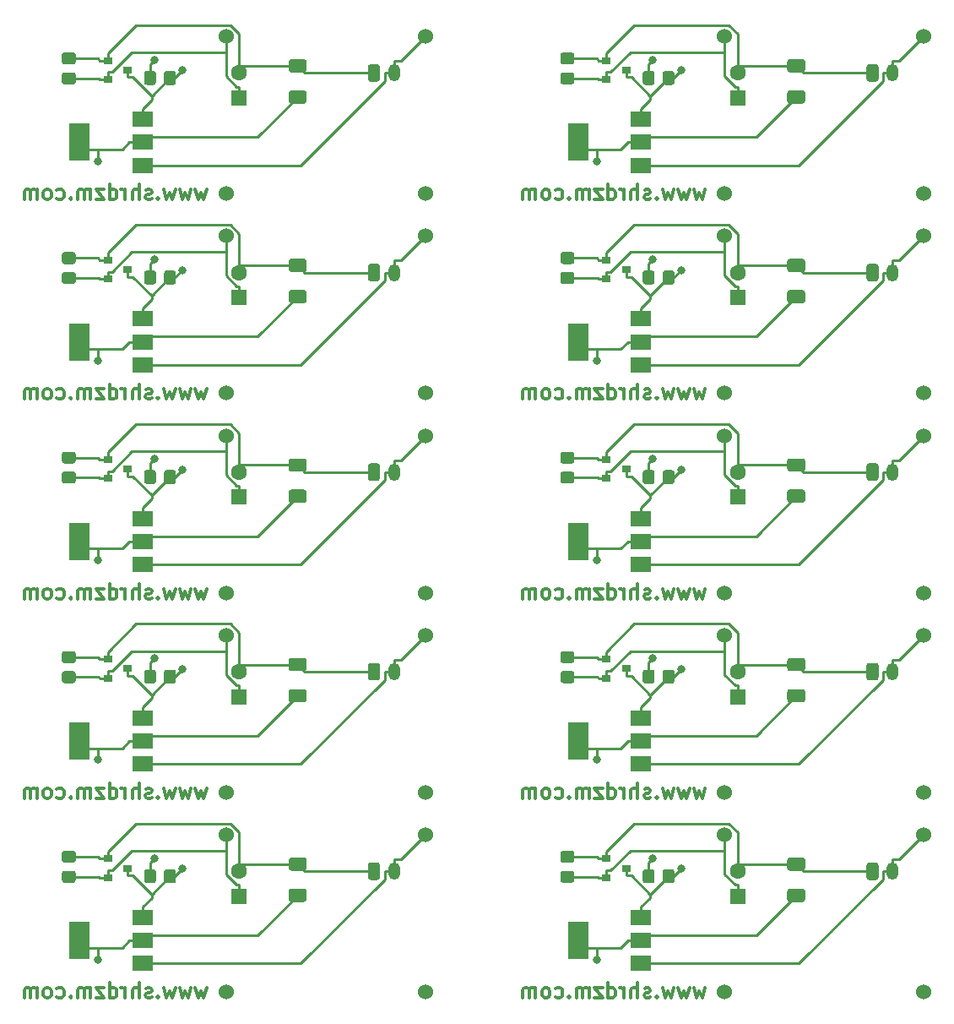
<source format=gbr>
%TF.GenerationSoftware,KiCad,Pcbnew,(5.1.9)-1*%
%TF.CreationDate,2021-04-18T22:39:31+02:00*%
%TF.ProjectId,DOORSENSOR_Simple_9V,444f4f52-5345-44e5-934f-525f53696d70,rev?*%
%TF.SameCoordinates,Original*%
%TF.FileFunction,Copper,L2,Bot*%
%TF.FilePolarity,Positive*%
%FSLAX46Y46*%
G04 Gerber Fmt 4.6, Leading zero omitted, Abs format (unit mm)*
G04 Created by KiCad (PCBNEW (5.1.9)-1) date 2021-04-18 22:39:31*
%MOMM*%
%LPD*%
G01*
G04 APERTURE LIST*
%TA.AperFunction,NonConductor*%
%ADD10C,0.300000*%
%TD*%
%TA.AperFunction,ComponentPad*%
%ADD11O,1.200000X1.750000*%
%TD*%
%TA.AperFunction,SMDPad,CuDef*%
%ADD12R,0.900000X0.800000*%
%TD*%
%TA.AperFunction,ComponentPad*%
%ADD13C,1.600000*%
%TD*%
%TA.AperFunction,ComponentPad*%
%ADD14R,1.600000X1.600000*%
%TD*%
%TA.AperFunction,ComponentPad*%
%ADD15C,1.524000*%
%TD*%
%TA.AperFunction,SMDPad,CuDef*%
%ADD16R,2.000000X1.500000*%
%TD*%
%TA.AperFunction,SMDPad,CuDef*%
%ADD17R,2.000000X3.800000*%
%TD*%
%TA.AperFunction,ViaPad*%
%ADD18C,0.800000*%
%TD*%
%TA.AperFunction,Conductor*%
%ADD19C,0.250000*%
%TD*%
G04 APERTURE END LIST*
D10*
X52214285Y-133678571D02*
X51928571Y-134678571D01*
X51642857Y-133964285D01*
X51357142Y-134678571D01*
X51071428Y-133678571D01*
X50642857Y-133678571D02*
X50357142Y-134678571D01*
X50071428Y-133964285D01*
X49785714Y-134678571D01*
X49500000Y-133678571D01*
X49071428Y-133678571D02*
X48785714Y-134678571D01*
X48500000Y-133964285D01*
X48214285Y-134678571D01*
X47928571Y-133678571D01*
X47357142Y-134535714D02*
X47285714Y-134607142D01*
X47357142Y-134678571D01*
X47428571Y-134607142D01*
X47357142Y-134535714D01*
X47357142Y-134678571D01*
X46714285Y-134607142D02*
X46571428Y-134678571D01*
X46285714Y-134678571D01*
X46142857Y-134607142D01*
X46071428Y-134464285D01*
X46071428Y-134392857D01*
X46142857Y-134250000D01*
X46285714Y-134178571D01*
X46500000Y-134178571D01*
X46642857Y-134107142D01*
X46714285Y-133964285D01*
X46714285Y-133892857D01*
X46642857Y-133750000D01*
X46500000Y-133678571D01*
X46285714Y-133678571D01*
X46142857Y-133750000D01*
X45428571Y-134678571D02*
X45428571Y-133178571D01*
X44785714Y-134678571D02*
X44785714Y-133892857D01*
X44857142Y-133750000D01*
X45000000Y-133678571D01*
X45214285Y-133678571D01*
X45357142Y-133750000D01*
X45428571Y-133821428D01*
X44071428Y-134678571D02*
X44071428Y-133678571D01*
X44071428Y-133964285D02*
X44000000Y-133821428D01*
X43928571Y-133750000D01*
X43785714Y-133678571D01*
X43642857Y-133678571D01*
X42500000Y-134678571D02*
X42500000Y-133178571D01*
X42500000Y-134607142D02*
X42642857Y-134678571D01*
X42928571Y-134678571D01*
X43071428Y-134607142D01*
X43142857Y-134535714D01*
X43214285Y-134392857D01*
X43214285Y-133964285D01*
X43142857Y-133821428D01*
X43071428Y-133750000D01*
X42928571Y-133678571D01*
X42642857Y-133678571D01*
X42500000Y-133750000D01*
X41928571Y-133678571D02*
X41142857Y-133678571D01*
X41928571Y-134678571D01*
X41142857Y-134678571D01*
X40571428Y-134678571D02*
X40571428Y-133678571D01*
X40571428Y-133821428D02*
X40500000Y-133750000D01*
X40357142Y-133678571D01*
X40142857Y-133678571D01*
X40000000Y-133750000D01*
X39928571Y-133892857D01*
X39928571Y-134678571D01*
X39928571Y-133892857D02*
X39857142Y-133750000D01*
X39714285Y-133678571D01*
X39500000Y-133678571D01*
X39357142Y-133750000D01*
X39285714Y-133892857D01*
X39285714Y-134678571D01*
X38571428Y-134535714D02*
X38500000Y-134607142D01*
X38571428Y-134678571D01*
X38642857Y-134607142D01*
X38571428Y-134535714D01*
X38571428Y-134678571D01*
X37214285Y-134607142D02*
X37357142Y-134678571D01*
X37642857Y-134678571D01*
X37785714Y-134607142D01*
X37857142Y-134535714D01*
X37928571Y-134392857D01*
X37928571Y-133964285D01*
X37857142Y-133821428D01*
X37785714Y-133750000D01*
X37642857Y-133678571D01*
X37357142Y-133678571D01*
X37214285Y-133750000D01*
X36357142Y-134678571D02*
X36500000Y-134607142D01*
X36571428Y-134535714D01*
X36642857Y-134392857D01*
X36642857Y-133964285D01*
X36571428Y-133821428D01*
X36500000Y-133750000D01*
X36357142Y-133678571D01*
X36142857Y-133678571D01*
X36000000Y-133750000D01*
X35928571Y-133821428D01*
X35857142Y-133964285D01*
X35857142Y-134392857D01*
X35928571Y-134535714D01*
X36000000Y-134607142D01*
X36142857Y-134678571D01*
X36357142Y-134678571D01*
X35214285Y-134678571D02*
X35214285Y-133678571D01*
X35214285Y-133821428D02*
X35142857Y-133750000D01*
X35000000Y-133678571D01*
X34785714Y-133678571D01*
X34642857Y-133750000D01*
X34571428Y-133892857D01*
X34571428Y-134678571D01*
X34571428Y-133892857D02*
X34500000Y-133750000D01*
X34357142Y-133678571D01*
X34142857Y-133678571D01*
X34000000Y-133750000D01*
X33928571Y-133892857D01*
X33928571Y-134678571D01*
X102214285Y-133678571D02*
X101928571Y-134678571D01*
X101642857Y-133964285D01*
X101357142Y-134678571D01*
X101071428Y-133678571D01*
X100642857Y-133678571D02*
X100357142Y-134678571D01*
X100071428Y-133964285D01*
X99785714Y-134678571D01*
X99500000Y-133678571D01*
X99071428Y-133678571D02*
X98785714Y-134678571D01*
X98500000Y-133964285D01*
X98214285Y-134678571D01*
X97928571Y-133678571D01*
X97357142Y-134535714D02*
X97285714Y-134607142D01*
X97357142Y-134678571D01*
X97428571Y-134607142D01*
X97357142Y-134535714D01*
X97357142Y-134678571D01*
X96714285Y-134607142D02*
X96571428Y-134678571D01*
X96285714Y-134678571D01*
X96142857Y-134607142D01*
X96071428Y-134464285D01*
X96071428Y-134392857D01*
X96142857Y-134250000D01*
X96285714Y-134178571D01*
X96500000Y-134178571D01*
X96642857Y-134107142D01*
X96714285Y-133964285D01*
X96714285Y-133892857D01*
X96642857Y-133750000D01*
X96500000Y-133678571D01*
X96285714Y-133678571D01*
X96142857Y-133750000D01*
X95428571Y-134678571D02*
X95428571Y-133178571D01*
X94785714Y-134678571D02*
X94785714Y-133892857D01*
X94857142Y-133750000D01*
X95000000Y-133678571D01*
X95214285Y-133678571D01*
X95357142Y-133750000D01*
X95428571Y-133821428D01*
X94071428Y-134678571D02*
X94071428Y-133678571D01*
X94071428Y-133964285D02*
X94000000Y-133821428D01*
X93928571Y-133750000D01*
X93785714Y-133678571D01*
X93642857Y-133678571D01*
X92500000Y-134678571D02*
X92500000Y-133178571D01*
X92500000Y-134607142D02*
X92642857Y-134678571D01*
X92928571Y-134678571D01*
X93071428Y-134607142D01*
X93142857Y-134535714D01*
X93214285Y-134392857D01*
X93214285Y-133964285D01*
X93142857Y-133821428D01*
X93071428Y-133750000D01*
X92928571Y-133678571D01*
X92642857Y-133678571D01*
X92500000Y-133750000D01*
X91928571Y-133678571D02*
X91142857Y-133678571D01*
X91928571Y-134678571D01*
X91142857Y-134678571D01*
X90571428Y-134678571D02*
X90571428Y-133678571D01*
X90571428Y-133821428D02*
X90500000Y-133750000D01*
X90357142Y-133678571D01*
X90142857Y-133678571D01*
X90000000Y-133750000D01*
X89928571Y-133892857D01*
X89928571Y-134678571D01*
X89928571Y-133892857D02*
X89857142Y-133750000D01*
X89714285Y-133678571D01*
X89500000Y-133678571D01*
X89357142Y-133750000D01*
X89285714Y-133892857D01*
X89285714Y-134678571D01*
X88571428Y-134535714D02*
X88500000Y-134607142D01*
X88571428Y-134678571D01*
X88642857Y-134607142D01*
X88571428Y-134535714D01*
X88571428Y-134678571D01*
X87214285Y-134607142D02*
X87357142Y-134678571D01*
X87642857Y-134678571D01*
X87785714Y-134607142D01*
X87857142Y-134535714D01*
X87928571Y-134392857D01*
X87928571Y-133964285D01*
X87857142Y-133821428D01*
X87785714Y-133750000D01*
X87642857Y-133678571D01*
X87357142Y-133678571D01*
X87214285Y-133750000D01*
X86357142Y-134678571D02*
X86500000Y-134607142D01*
X86571428Y-134535714D01*
X86642857Y-134392857D01*
X86642857Y-133964285D01*
X86571428Y-133821428D01*
X86500000Y-133750000D01*
X86357142Y-133678571D01*
X86142857Y-133678571D01*
X86000000Y-133750000D01*
X85928571Y-133821428D01*
X85857142Y-133964285D01*
X85857142Y-134392857D01*
X85928571Y-134535714D01*
X86000000Y-134607142D01*
X86142857Y-134678571D01*
X86357142Y-134678571D01*
X85214285Y-134678571D02*
X85214285Y-133678571D01*
X85214285Y-133821428D02*
X85142857Y-133750000D01*
X85000000Y-133678571D01*
X84785714Y-133678571D01*
X84642857Y-133750000D01*
X84571428Y-133892857D01*
X84571428Y-134678571D01*
X84571428Y-133892857D02*
X84500000Y-133750000D01*
X84357142Y-133678571D01*
X84142857Y-133678571D01*
X84000000Y-133750000D01*
X83928571Y-133892857D01*
X83928571Y-134678571D01*
X102214285Y-113678571D02*
X101928571Y-114678571D01*
X101642857Y-113964285D01*
X101357142Y-114678571D01*
X101071428Y-113678571D01*
X100642857Y-113678571D02*
X100357142Y-114678571D01*
X100071428Y-113964285D01*
X99785714Y-114678571D01*
X99500000Y-113678571D01*
X99071428Y-113678571D02*
X98785714Y-114678571D01*
X98500000Y-113964285D01*
X98214285Y-114678571D01*
X97928571Y-113678571D01*
X97357142Y-114535714D02*
X97285714Y-114607142D01*
X97357142Y-114678571D01*
X97428571Y-114607142D01*
X97357142Y-114535714D01*
X97357142Y-114678571D01*
X96714285Y-114607142D02*
X96571428Y-114678571D01*
X96285714Y-114678571D01*
X96142857Y-114607142D01*
X96071428Y-114464285D01*
X96071428Y-114392857D01*
X96142857Y-114250000D01*
X96285714Y-114178571D01*
X96500000Y-114178571D01*
X96642857Y-114107142D01*
X96714285Y-113964285D01*
X96714285Y-113892857D01*
X96642857Y-113750000D01*
X96500000Y-113678571D01*
X96285714Y-113678571D01*
X96142857Y-113750000D01*
X95428571Y-114678571D02*
X95428571Y-113178571D01*
X94785714Y-114678571D02*
X94785714Y-113892857D01*
X94857142Y-113750000D01*
X95000000Y-113678571D01*
X95214285Y-113678571D01*
X95357142Y-113750000D01*
X95428571Y-113821428D01*
X94071428Y-114678571D02*
X94071428Y-113678571D01*
X94071428Y-113964285D02*
X94000000Y-113821428D01*
X93928571Y-113750000D01*
X93785714Y-113678571D01*
X93642857Y-113678571D01*
X92500000Y-114678571D02*
X92500000Y-113178571D01*
X92500000Y-114607142D02*
X92642857Y-114678571D01*
X92928571Y-114678571D01*
X93071428Y-114607142D01*
X93142857Y-114535714D01*
X93214285Y-114392857D01*
X93214285Y-113964285D01*
X93142857Y-113821428D01*
X93071428Y-113750000D01*
X92928571Y-113678571D01*
X92642857Y-113678571D01*
X92500000Y-113750000D01*
X91928571Y-113678571D02*
X91142857Y-113678571D01*
X91928571Y-114678571D01*
X91142857Y-114678571D01*
X90571428Y-114678571D02*
X90571428Y-113678571D01*
X90571428Y-113821428D02*
X90500000Y-113750000D01*
X90357142Y-113678571D01*
X90142857Y-113678571D01*
X90000000Y-113750000D01*
X89928571Y-113892857D01*
X89928571Y-114678571D01*
X89928571Y-113892857D02*
X89857142Y-113750000D01*
X89714285Y-113678571D01*
X89500000Y-113678571D01*
X89357142Y-113750000D01*
X89285714Y-113892857D01*
X89285714Y-114678571D01*
X88571428Y-114535714D02*
X88500000Y-114607142D01*
X88571428Y-114678571D01*
X88642857Y-114607142D01*
X88571428Y-114535714D01*
X88571428Y-114678571D01*
X87214285Y-114607142D02*
X87357142Y-114678571D01*
X87642857Y-114678571D01*
X87785714Y-114607142D01*
X87857142Y-114535714D01*
X87928571Y-114392857D01*
X87928571Y-113964285D01*
X87857142Y-113821428D01*
X87785714Y-113750000D01*
X87642857Y-113678571D01*
X87357142Y-113678571D01*
X87214285Y-113750000D01*
X86357142Y-114678571D02*
X86500000Y-114607142D01*
X86571428Y-114535714D01*
X86642857Y-114392857D01*
X86642857Y-113964285D01*
X86571428Y-113821428D01*
X86500000Y-113750000D01*
X86357142Y-113678571D01*
X86142857Y-113678571D01*
X86000000Y-113750000D01*
X85928571Y-113821428D01*
X85857142Y-113964285D01*
X85857142Y-114392857D01*
X85928571Y-114535714D01*
X86000000Y-114607142D01*
X86142857Y-114678571D01*
X86357142Y-114678571D01*
X85214285Y-114678571D02*
X85214285Y-113678571D01*
X85214285Y-113821428D02*
X85142857Y-113750000D01*
X85000000Y-113678571D01*
X84785714Y-113678571D01*
X84642857Y-113750000D01*
X84571428Y-113892857D01*
X84571428Y-114678571D01*
X84571428Y-113892857D02*
X84500000Y-113750000D01*
X84357142Y-113678571D01*
X84142857Y-113678571D01*
X84000000Y-113750000D01*
X83928571Y-113892857D01*
X83928571Y-114678571D01*
X52214285Y-113678571D02*
X51928571Y-114678571D01*
X51642857Y-113964285D01*
X51357142Y-114678571D01*
X51071428Y-113678571D01*
X50642857Y-113678571D02*
X50357142Y-114678571D01*
X50071428Y-113964285D01*
X49785714Y-114678571D01*
X49500000Y-113678571D01*
X49071428Y-113678571D02*
X48785714Y-114678571D01*
X48500000Y-113964285D01*
X48214285Y-114678571D01*
X47928571Y-113678571D01*
X47357142Y-114535714D02*
X47285714Y-114607142D01*
X47357142Y-114678571D01*
X47428571Y-114607142D01*
X47357142Y-114535714D01*
X47357142Y-114678571D01*
X46714285Y-114607142D02*
X46571428Y-114678571D01*
X46285714Y-114678571D01*
X46142857Y-114607142D01*
X46071428Y-114464285D01*
X46071428Y-114392857D01*
X46142857Y-114250000D01*
X46285714Y-114178571D01*
X46500000Y-114178571D01*
X46642857Y-114107142D01*
X46714285Y-113964285D01*
X46714285Y-113892857D01*
X46642857Y-113750000D01*
X46500000Y-113678571D01*
X46285714Y-113678571D01*
X46142857Y-113750000D01*
X45428571Y-114678571D02*
X45428571Y-113178571D01*
X44785714Y-114678571D02*
X44785714Y-113892857D01*
X44857142Y-113750000D01*
X45000000Y-113678571D01*
X45214285Y-113678571D01*
X45357142Y-113750000D01*
X45428571Y-113821428D01*
X44071428Y-114678571D02*
X44071428Y-113678571D01*
X44071428Y-113964285D02*
X44000000Y-113821428D01*
X43928571Y-113750000D01*
X43785714Y-113678571D01*
X43642857Y-113678571D01*
X42500000Y-114678571D02*
X42500000Y-113178571D01*
X42500000Y-114607142D02*
X42642857Y-114678571D01*
X42928571Y-114678571D01*
X43071428Y-114607142D01*
X43142857Y-114535714D01*
X43214285Y-114392857D01*
X43214285Y-113964285D01*
X43142857Y-113821428D01*
X43071428Y-113750000D01*
X42928571Y-113678571D01*
X42642857Y-113678571D01*
X42500000Y-113750000D01*
X41928571Y-113678571D02*
X41142857Y-113678571D01*
X41928571Y-114678571D01*
X41142857Y-114678571D01*
X40571428Y-114678571D02*
X40571428Y-113678571D01*
X40571428Y-113821428D02*
X40500000Y-113750000D01*
X40357142Y-113678571D01*
X40142857Y-113678571D01*
X40000000Y-113750000D01*
X39928571Y-113892857D01*
X39928571Y-114678571D01*
X39928571Y-113892857D02*
X39857142Y-113750000D01*
X39714285Y-113678571D01*
X39500000Y-113678571D01*
X39357142Y-113750000D01*
X39285714Y-113892857D01*
X39285714Y-114678571D01*
X38571428Y-114535714D02*
X38500000Y-114607142D01*
X38571428Y-114678571D01*
X38642857Y-114607142D01*
X38571428Y-114535714D01*
X38571428Y-114678571D01*
X37214285Y-114607142D02*
X37357142Y-114678571D01*
X37642857Y-114678571D01*
X37785714Y-114607142D01*
X37857142Y-114535714D01*
X37928571Y-114392857D01*
X37928571Y-113964285D01*
X37857142Y-113821428D01*
X37785714Y-113750000D01*
X37642857Y-113678571D01*
X37357142Y-113678571D01*
X37214285Y-113750000D01*
X36357142Y-114678571D02*
X36500000Y-114607142D01*
X36571428Y-114535714D01*
X36642857Y-114392857D01*
X36642857Y-113964285D01*
X36571428Y-113821428D01*
X36500000Y-113750000D01*
X36357142Y-113678571D01*
X36142857Y-113678571D01*
X36000000Y-113750000D01*
X35928571Y-113821428D01*
X35857142Y-113964285D01*
X35857142Y-114392857D01*
X35928571Y-114535714D01*
X36000000Y-114607142D01*
X36142857Y-114678571D01*
X36357142Y-114678571D01*
X35214285Y-114678571D02*
X35214285Y-113678571D01*
X35214285Y-113821428D02*
X35142857Y-113750000D01*
X35000000Y-113678571D01*
X34785714Y-113678571D01*
X34642857Y-113750000D01*
X34571428Y-113892857D01*
X34571428Y-114678571D01*
X34571428Y-113892857D02*
X34500000Y-113750000D01*
X34357142Y-113678571D01*
X34142857Y-113678571D01*
X34000000Y-113750000D01*
X33928571Y-113892857D01*
X33928571Y-114678571D01*
X102214285Y-93678571D02*
X101928571Y-94678571D01*
X101642857Y-93964285D01*
X101357142Y-94678571D01*
X101071428Y-93678571D01*
X100642857Y-93678571D02*
X100357142Y-94678571D01*
X100071428Y-93964285D01*
X99785714Y-94678571D01*
X99500000Y-93678571D01*
X99071428Y-93678571D02*
X98785714Y-94678571D01*
X98500000Y-93964285D01*
X98214285Y-94678571D01*
X97928571Y-93678571D01*
X97357142Y-94535714D02*
X97285714Y-94607142D01*
X97357142Y-94678571D01*
X97428571Y-94607142D01*
X97357142Y-94535714D01*
X97357142Y-94678571D01*
X96714285Y-94607142D02*
X96571428Y-94678571D01*
X96285714Y-94678571D01*
X96142857Y-94607142D01*
X96071428Y-94464285D01*
X96071428Y-94392857D01*
X96142857Y-94250000D01*
X96285714Y-94178571D01*
X96500000Y-94178571D01*
X96642857Y-94107142D01*
X96714285Y-93964285D01*
X96714285Y-93892857D01*
X96642857Y-93750000D01*
X96500000Y-93678571D01*
X96285714Y-93678571D01*
X96142857Y-93750000D01*
X95428571Y-94678571D02*
X95428571Y-93178571D01*
X94785714Y-94678571D02*
X94785714Y-93892857D01*
X94857142Y-93750000D01*
X95000000Y-93678571D01*
X95214285Y-93678571D01*
X95357142Y-93750000D01*
X95428571Y-93821428D01*
X94071428Y-94678571D02*
X94071428Y-93678571D01*
X94071428Y-93964285D02*
X94000000Y-93821428D01*
X93928571Y-93750000D01*
X93785714Y-93678571D01*
X93642857Y-93678571D01*
X92500000Y-94678571D02*
X92500000Y-93178571D01*
X92500000Y-94607142D02*
X92642857Y-94678571D01*
X92928571Y-94678571D01*
X93071428Y-94607142D01*
X93142857Y-94535714D01*
X93214285Y-94392857D01*
X93214285Y-93964285D01*
X93142857Y-93821428D01*
X93071428Y-93750000D01*
X92928571Y-93678571D01*
X92642857Y-93678571D01*
X92500000Y-93750000D01*
X91928571Y-93678571D02*
X91142857Y-93678571D01*
X91928571Y-94678571D01*
X91142857Y-94678571D01*
X90571428Y-94678571D02*
X90571428Y-93678571D01*
X90571428Y-93821428D02*
X90500000Y-93750000D01*
X90357142Y-93678571D01*
X90142857Y-93678571D01*
X90000000Y-93750000D01*
X89928571Y-93892857D01*
X89928571Y-94678571D01*
X89928571Y-93892857D02*
X89857142Y-93750000D01*
X89714285Y-93678571D01*
X89500000Y-93678571D01*
X89357142Y-93750000D01*
X89285714Y-93892857D01*
X89285714Y-94678571D01*
X88571428Y-94535714D02*
X88500000Y-94607142D01*
X88571428Y-94678571D01*
X88642857Y-94607142D01*
X88571428Y-94535714D01*
X88571428Y-94678571D01*
X87214285Y-94607142D02*
X87357142Y-94678571D01*
X87642857Y-94678571D01*
X87785714Y-94607142D01*
X87857142Y-94535714D01*
X87928571Y-94392857D01*
X87928571Y-93964285D01*
X87857142Y-93821428D01*
X87785714Y-93750000D01*
X87642857Y-93678571D01*
X87357142Y-93678571D01*
X87214285Y-93750000D01*
X86357142Y-94678571D02*
X86500000Y-94607142D01*
X86571428Y-94535714D01*
X86642857Y-94392857D01*
X86642857Y-93964285D01*
X86571428Y-93821428D01*
X86500000Y-93750000D01*
X86357142Y-93678571D01*
X86142857Y-93678571D01*
X86000000Y-93750000D01*
X85928571Y-93821428D01*
X85857142Y-93964285D01*
X85857142Y-94392857D01*
X85928571Y-94535714D01*
X86000000Y-94607142D01*
X86142857Y-94678571D01*
X86357142Y-94678571D01*
X85214285Y-94678571D02*
X85214285Y-93678571D01*
X85214285Y-93821428D02*
X85142857Y-93750000D01*
X85000000Y-93678571D01*
X84785714Y-93678571D01*
X84642857Y-93750000D01*
X84571428Y-93892857D01*
X84571428Y-94678571D01*
X84571428Y-93892857D02*
X84500000Y-93750000D01*
X84357142Y-93678571D01*
X84142857Y-93678571D01*
X84000000Y-93750000D01*
X83928571Y-93892857D01*
X83928571Y-94678571D01*
X52214285Y-93678571D02*
X51928571Y-94678571D01*
X51642857Y-93964285D01*
X51357142Y-94678571D01*
X51071428Y-93678571D01*
X50642857Y-93678571D02*
X50357142Y-94678571D01*
X50071428Y-93964285D01*
X49785714Y-94678571D01*
X49500000Y-93678571D01*
X49071428Y-93678571D02*
X48785714Y-94678571D01*
X48500000Y-93964285D01*
X48214285Y-94678571D01*
X47928571Y-93678571D01*
X47357142Y-94535714D02*
X47285714Y-94607142D01*
X47357142Y-94678571D01*
X47428571Y-94607142D01*
X47357142Y-94535714D01*
X47357142Y-94678571D01*
X46714285Y-94607142D02*
X46571428Y-94678571D01*
X46285714Y-94678571D01*
X46142857Y-94607142D01*
X46071428Y-94464285D01*
X46071428Y-94392857D01*
X46142857Y-94250000D01*
X46285714Y-94178571D01*
X46500000Y-94178571D01*
X46642857Y-94107142D01*
X46714285Y-93964285D01*
X46714285Y-93892857D01*
X46642857Y-93750000D01*
X46500000Y-93678571D01*
X46285714Y-93678571D01*
X46142857Y-93750000D01*
X45428571Y-94678571D02*
X45428571Y-93178571D01*
X44785714Y-94678571D02*
X44785714Y-93892857D01*
X44857142Y-93750000D01*
X45000000Y-93678571D01*
X45214285Y-93678571D01*
X45357142Y-93750000D01*
X45428571Y-93821428D01*
X44071428Y-94678571D02*
X44071428Y-93678571D01*
X44071428Y-93964285D02*
X44000000Y-93821428D01*
X43928571Y-93750000D01*
X43785714Y-93678571D01*
X43642857Y-93678571D01*
X42500000Y-94678571D02*
X42500000Y-93178571D01*
X42500000Y-94607142D02*
X42642857Y-94678571D01*
X42928571Y-94678571D01*
X43071428Y-94607142D01*
X43142857Y-94535714D01*
X43214285Y-94392857D01*
X43214285Y-93964285D01*
X43142857Y-93821428D01*
X43071428Y-93750000D01*
X42928571Y-93678571D01*
X42642857Y-93678571D01*
X42500000Y-93750000D01*
X41928571Y-93678571D02*
X41142857Y-93678571D01*
X41928571Y-94678571D01*
X41142857Y-94678571D01*
X40571428Y-94678571D02*
X40571428Y-93678571D01*
X40571428Y-93821428D02*
X40500000Y-93750000D01*
X40357142Y-93678571D01*
X40142857Y-93678571D01*
X40000000Y-93750000D01*
X39928571Y-93892857D01*
X39928571Y-94678571D01*
X39928571Y-93892857D02*
X39857142Y-93750000D01*
X39714285Y-93678571D01*
X39500000Y-93678571D01*
X39357142Y-93750000D01*
X39285714Y-93892857D01*
X39285714Y-94678571D01*
X38571428Y-94535714D02*
X38500000Y-94607142D01*
X38571428Y-94678571D01*
X38642857Y-94607142D01*
X38571428Y-94535714D01*
X38571428Y-94678571D01*
X37214285Y-94607142D02*
X37357142Y-94678571D01*
X37642857Y-94678571D01*
X37785714Y-94607142D01*
X37857142Y-94535714D01*
X37928571Y-94392857D01*
X37928571Y-93964285D01*
X37857142Y-93821428D01*
X37785714Y-93750000D01*
X37642857Y-93678571D01*
X37357142Y-93678571D01*
X37214285Y-93750000D01*
X36357142Y-94678571D02*
X36500000Y-94607142D01*
X36571428Y-94535714D01*
X36642857Y-94392857D01*
X36642857Y-93964285D01*
X36571428Y-93821428D01*
X36500000Y-93750000D01*
X36357142Y-93678571D01*
X36142857Y-93678571D01*
X36000000Y-93750000D01*
X35928571Y-93821428D01*
X35857142Y-93964285D01*
X35857142Y-94392857D01*
X35928571Y-94535714D01*
X36000000Y-94607142D01*
X36142857Y-94678571D01*
X36357142Y-94678571D01*
X35214285Y-94678571D02*
X35214285Y-93678571D01*
X35214285Y-93821428D02*
X35142857Y-93750000D01*
X35000000Y-93678571D01*
X34785714Y-93678571D01*
X34642857Y-93750000D01*
X34571428Y-93892857D01*
X34571428Y-94678571D01*
X34571428Y-93892857D02*
X34500000Y-93750000D01*
X34357142Y-93678571D01*
X34142857Y-93678571D01*
X34000000Y-93750000D01*
X33928571Y-93892857D01*
X33928571Y-94678571D01*
X102214285Y-73678571D02*
X101928571Y-74678571D01*
X101642857Y-73964285D01*
X101357142Y-74678571D01*
X101071428Y-73678571D01*
X100642857Y-73678571D02*
X100357142Y-74678571D01*
X100071428Y-73964285D01*
X99785714Y-74678571D01*
X99500000Y-73678571D01*
X99071428Y-73678571D02*
X98785714Y-74678571D01*
X98500000Y-73964285D01*
X98214285Y-74678571D01*
X97928571Y-73678571D01*
X97357142Y-74535714D02*
X97285714Y-74607142D01*
X97357142Y-74678571D01*
X97428571Y-74607142D01*
X97357142Y-74535714D01*
X97357142Y-74678571D01*
X96714285Y-74607142D02*
X96571428Y-74678571D01*
X96285714Y-74678571D01*
X96142857Y-74607142D01*
X96071428Y-74464285D01*
X96071428Y-74392857D01*
X96142857Y-74250000D01*
X96285714Y-74178571D01*
X96500000Y-74178571D01*
X96642857Y-74107142D01*
X96714285Y-73964285D01*
X96714285Y-73892857D01*
X96642857Y-73750000D01*
X96500000Y-73678571D01*
X96285714Y-73678571D01*
X96142857Y-73750000D01*
X95428571Y-74678571D02*
X95428571Y-73178571D01*
X94785714Y-74678571D02*
X94785714Y-73892857D01*
X94857142Y-73750000D01*
X95000000Y-73678571D01*
X95214285Y-73678571D01*
X95357142Y-73750000D01*
X95428571Y-73821428D01*
X94071428Y-74678571D02*
X94071428Y-73678571D01*
X94071428Y-73964285D02*
X94000000Y-73821428D01*
X93928571Y-73750000D01*
X93785714Y-73678571D01*
X93642857Y-73678571D01*
X92500000Y-74678571D02*
X92500000Y-73178571D01*
X92500000Y-74607142D02*
X92642857Y-74678571D01*
X92928571Y-74678571D01*
X93071428Y-74607142D01*
X93142857Y-74535714D01*
X93214285Y-74392857D01*
X93214285Y-73964285D01*
X93142857Y-73821428D01*
X93071428Y-73750000D01*
X92928571Y-73678571D01*
X92642857Y-73678571D01*
X92500000Y-73750000D01*
X91928571Y-73678571D02*
X91142857Y-73678571D01*
X91928571Y-74678571D01*
X91142857Y-74678571D01*
X90571428Y-74678571D02*
X90571428Y-73678571D01*
X90571428Y-73821428D02*
X90500000Y-73750000D01*
X90357142Y-73678571D01*
X90142857Y-73678571D01*
X90000000Y-73750000D01*
X89928571Y-73892857D01*
X89928571Y-74678571D01*
X89928571Y-73892857D02*
X89857142Y-73750000D01*
X89714285Y-73678571D01*
X89500000Y-73678571D01*
X89357142Y-73750000D01*
X89285714Y-73892857D01*
X89285714Y-74678571D01*
X88571428Y-74535714D02*
X88500000Y-74607142D01*
X88571428Y-74678571D01*
X88642857Y-74607142D01*
X88571428Y-74535714D01*
X88571428Y-74678571D01*
X87214285Y-74607142D02*
X87357142Y-74678571D01*
X87642857Y-74678571D01*
X87785714Y-74607142D01*
X87857142Y-74535714D01*
X87928571Y-74392857D01*
X87928571Y-73964285D01*
X87857142Y-73821428D01*
X87785714Y-73750000D01*
X87642857Y-73678571D01*
X87357142Y-73678571D01*
X87214285Y-73750000D01*
X86357142Y-74678571D02*
X86500000Y-74607142D01*
X86571428Y-74535714D01*
X86642857Y-74392857D01*
X86642857Y-73964285D01*
X86571428Y-73821428D01*
X86500000Y-73750000D01*
X86357142Y-73678571D01*
X86142857Y-73678571D01*
X86000000Y-73750000D01*
X85928571Y-73821428D01*
X85857142Y-73964285D01*
X85857142Y-74392857D01*
X85928571Y-74535714D01*
X86000000Y-74607142D01*
X86142857Y-74678571D01*
X86357142Y-74678571D01*
X85214285Y-74678571D02*
X85214285Y-73678571D01*
X85214285Y-73821428D02*
X85142857Y-73750000D01*
X85000000Y-73678571D01*
X84785714Y-73678571D01*
X84642857Y-73750000D01*
X84571428Y-73892857D01*
X84571428Y-74678571D01*
X84571428Y-73892857D02*
X84500000Y-73750000D01*
X84357142Y-73678571D01*
X84142857Y-73678571D01*
X84000000Y-73750000D01*
X83928571Y-73892857D01*
X83928571Y-74678571D01*
X52214285Y-73678571D02*
X51928571Y-74678571D01*
X51642857Y-73964285D01*
X51357142Y-74678571D01*
X51071428Y-73678571D01*
X50642857Y-73678571D02*
X50357142Y-74678571D01*
X50071428Y-73964285D01*
X49785714Y-74678571D01*
X49500000Y-73678571D01*
X49071428Y-73678571D02*
X48785714Y-74678571D01*
X48500000Y-73964285D01*
X48214285Y-74678571D01*
X47928571Y-73678571D01*
X47357142Y-74535714D02*
X47285714Y-74607142D01*
X47357142Y-74678571D01*
X47428571Y-74607142D01*
X47357142Y-74535714D01*
X47357142Y-74678571D01*
X46714285Y-74607142D02*
X46571428Y-74678571D01*
X46285714Y-74678571D01*
X46142857Y-74607142D01*
X46071428Y-74464285D01*
X46071428Y-74392857D01*
X46142857Y-74250000D01*
X46285714Y-74178571D01*
X46500000Y-74178571D01*
X46642857Y-74107142D01*
X46714285Y-73964285D01*
X46714285Y-73892857D01*
X46642857Y-73750000D01*
X46500000Y-73678571D01*
X46285714Y-73678571D01*
X46142857Y-73750000D01*
X45428571Y-74678571D02*
X45428571Y-73178571D01*
X44785714Y-74678571D02*
X44785714Y-73892857D01*
X44857142Y-73750000D01*
X45000000Y-73678571D01*
X45214285Y-73678571D01*
X45357142Y-73750000D01*
X45428571Y-73821428D01*
X44071428Y-74678571D02*
X44071428Y-73678571D01*
X44071428Y-73964285D02*
X44000000Y-73821428D01*
X43928571Y-73750000D01*
X43785714Y-73678571D01*
X43642857Y-73678571D01*
X42500000Y-74678571D02*
X42500000Y-73178571D01*
X42500000Y-74607142D02*
X42642857Y-74678571D01*
X42928571Y-74678571D01*
X43071428Y-74607142D01*
X43142857Y-74535714D01*
X43214285Y-74392857D01*
X43214285Y-73964285D01*
X43142857Y-73821428D01*
X43071428Y-73750000D01*
X42928571Y-73678571D01*
X42642857Y-73678571D01*
X42500000Y-73750000D01*
X41928571Y-73678571D02*
X41142857Y-73678571D01*
X41928571Y-74678571D01*
X41142857Y-74678571D01*
X40571428Y-74678571D02*
X40571428Y-73678571D01*
X40571428Y-73821428D02*
X40500000Y-73750000D01*
X40357142Y-73678571D01*
X40142857Y-73678571D01*
X40000000Y-73750000D01*
X39928571Y-73892857D01*
X39928571Y-74678571D01*
X39928571Y-73892857D02*
X39857142Y-73750000D01*
X39714285Y-73678571D01*
X39500000Y-73678571D01*
X39357142Y-73750000D01*
X39285714Y-73892857D01*
X39285714Y-74678571D01*
X38571428Y-74535714D02*
X38500000Y-74607142D01*
X38571428Y-74678571D01*
X38642857Y-74607142D01*
X38571428Y-74535714D01*
X38571428Y-74678571D01*
X37214285Y-74607142D02*
X37357142Y-74678571D01*
X37642857Y-74678571D01*
X37785714Y-74607142D01*
X37857142Y-74535714D01*
X37928571Y-74392857D01*
X37928571Y-73964285D01*
X37857142Y-73821428D01*
X37785714Y-73750000D01*
X37642857Y-73678571D01*
X37357142Y-73678571D01*
X37214285Y-73750000D01*
X36357142Y-74678571D02*
X36500000Y-74607142D01*
X36571428Y-74535714D01*
X36642857Y-74392857D01*
X36642857Y-73964285D01*
X36571428Y-73821428D01*
X36500000Y-73750000D01*
X36357142Y-73678571D01*
X36142857Y-73678571D01*
X36000000Y-73750000D01*
X35928571Y-73821428D01*
X35857142Y-73964285D01*
X35857142Y-74392857D01*
X35928571Y-74535714D01*
X36000000Y-74607142D01*
X36142857Y-74678571D01*
X36357142Y-74678571D01*
X35214285Y-74678571D02*
X35214285Y-73678571D01*
X35214285Y-73821428D02*
X35142857Y-73750000D01*
X35000000Y-73678571D01*
X34785714Y-73678571D01*
X34642857Y-73750000D01*
X34571428Y-73892857D01*
X34571428Y-74678571D01*
X34571428Y-73892857D02*
X34500000Y-73750000D01*
X34357142Y-73678571D01*
X34142857Y-73678571D01*
X34000000Y-73750000D01*
X33928571Y-73892857D01*
X33928571Y-74678571D01*
X102214285Y-53678571D02*
X101928571Y-54678571D01*
X101642857Y-53964285D01*
X101357142Y-54678571D01*
X101071428Y-53678571D01*
X100642857Y-53678571D02*
X100357142Y-54678571D01*
X100071428Y-53964285D01*
X99785714Y-54678571D01*
X99500000Y-53678571D01*
X99071428Y-53678571D02*
X98785714Y-54678571D01*
X98500000Y-53964285D01*
X98214285Y-54678571D01*
X97928571Y-53678571D01*
X97357142Y-54535714D02*
X97285714Y-54607142D01*
X97357142Y-54678571D01*
X97428571Y-54607142D01*
X97357142Y-54535714D01*
X97357142Y-54678571D01*
X96714285Y-54607142D02*
X96571428Y-54678571D01*
X96285714Y-54678571D01*
X96142857Y-54607142D01*
X96071428Y-54464285D01*
X96071428Y-54392857D01*
X96142857Y-54250000D01*
X96285714Y-54178571D01*
X96500000Y-54178571D01*
X96642857Y-54107142D01*
X96714285Y-53964285D01*
X96714285Y-53892857D01*
X96642857Y-53750000D01*
X96500000Y-53678571D01*
X96285714Y-53678571D01*
X96142857Y-53750000D01*
X95428571Y-54678571D02*
X95428571Y-53178571D01*
X94785714Y-54678571D02*
X94785714Y-53892857D01*
X94857142Y-53750000D01*
X95000000Y-53678571D01*
X95214285Y-53678571D01*
X95357142Y-53750000D01*
X95428571Y-53821428D01*
X94071428Y-54678571D02*
X94071428Y-53678571D01*
X94071428Y-53964285D02*
X94000000Y-53821428D01*
X93928571Y-53750000D01*
X93785714Y-53678571D01*
X93642857Y-53678571D01*
X92500000Y-54678571D02*
X92500000Y-53178571D01*
X92500000Y-54607142D02*
X92642857Y-54678571D01*
X92928571Y-54678571D01*
X93071428Y-54607142D01*
X93142857Y-54535714D01*
X93214285Y-54392857D01*
X93214285Y-53964285D01*
X93142857Y-53821428D01*
X93071428Y-53750000D01*
X92928571Y-53678571D01*
X92642857Y-53678571D01*
X92500000Y-53750000D01*
X91928571Y-53678571D02*
X91142857Y-53678571D01*
X91928571Y-54678571D01*
X91142857Y-54678571D01*
X90571428Y-54678571D02*
X90571428Y-53678571D01*
X90571428Y-53821428D02*
X90500000Y-53750000D01*
X90357142Y-53678571D01*
X90142857Y-53678571D01*
X90000000Y-53750000D01*
X89928571Y-53892857D01*
X89928571Y-54678571D01*
X89928571Y-53892857D02*
X89857142Y-53750000D01*
X89714285Y-53678571D01*
X89500000Y-53678571D01*
X89357142Y-53750000D01*
X89285714Y-53892857D01*
X89285714Y-54678571D01*
X88571428Y-54535714D02*
X88500000Y-54607142D01*
X88571428Y-54678571D01*
X88642857Y-54607142D01*
X88571428Y-54535714D01*
X88571428Y-54678571D01*
X87214285Y-54607142D02*
X87357142Y-54678571D01*
X87642857Y-54678571D01*
X87785714Y-54607142D01*
X87857142Y-54535714D01*
X87928571Y-54392857D01*
X87928571Y-53964285D01*
X87857142Y-53821428D01*
X87785714Y-53750000D01*
X87642857Y-53678571D01*
X87357142Y-53678571D01*
X87214285Y-53750000D01*
X86357142Y-54678571D02*
X86500000Y-54607142D01*
X86571428Y-54535714D01*
X86642857Y-54392857D01*
X86642857Y-53964285D01*
X86571428Y-53821428D01*
X86500000Y-53750000D01*
X86357142Y-53678571D01*
X86142857Y-53678571D01*
X86000000Y-53750000D01*
X85928571Y-53821428D01*
X85857142Y-53964285D01*
X85857142Y-54392857D01*
X85928571Y-54535714D01*
X86000000Y-54607142D01*
X86142857Y-54678571D01*
X86357142Y-54678571D01*
X85214285Y-54678571D02*
X85214285Y-53678571D01*
X85214285Y-53821428D02*
X85142857Y-53750000D01*
X85000000Y-53678571D01*
X84785714Y-53678571D01*
X84642857Y-53750000D01*
X84571428Y-53892857D01*
X84571428Y-54678571D01*
X84571428Y-53892857D02*
X84500000Y-53750000D01*
X84357142Y-53678571D01*
X84142857Y-53678571D01*
X84000000Y-53750000D01*
X83928571Y-53892857D01*
X83928571Y-54678571D01*
X52214285Y-53678571D02*
X51928571Y-54678571D01*
X51642857Y-53964285D01*
X51357142Y-54678571D01*
X51071428Y-53678571D01*
X50642857Y-53678571D02*
X50357142Y-54678571D01*
X50071428Y-53964285D01*
X49785714Y-54678571D01*
X49500000Y-53678571D01*
X49071428Y-53678571D02*
X48785714Y-54678571D01*
X48500000Y-53964285D01*
X48214285Y-54678571D01*
X47928571Y-53678571D01*
X47357142Y-54535714D02*
X47285714Y-54607142D01*
X47357142Y-54678571D01*
X47428571Y-54607142D01*
X47357142Y-54535714D01*
X47357142Y-54678571D01*
X46714285Y-54607142D02*
X46571428Y-54678571D01*
X46285714Y-54678571D01*
X46142857Y-54607142D01*
X46071428Y-54464285D01*
X46071428Y-54392857D01*
X46142857Y-54250000D01*
X46285714Y-54178571D01*
X46500000Y-54178571D01*
X46642857Y-54107142D01*
X46714285Y-53964285D01*
X46714285Y-53892857D01*
X46642857Y-53750000D01*
X46500000Y-53678571D01*
X46285714Y-53678571D01*
X46142857Y-53750000D01*
X45428571Y-54678571D02*
X45428571Y-53178571D01*
X44785714Y-54678571D02*
X44785714Y-53892857D01*
X44857142Y-53750000D01*
X45000000Y-53678571D01*
X45214285Y-53678571D01*
X45357142Y-53750000D01*
X45428571Y-53821428D01*
X44071428Y-54678571D02*
X44071428Y-53678571D01*
X44071428Y-53964285D02*
X44000000Y-53821428D01*
X43928571Y-53750000D01*
X43785714Y-53678571D01*
X43642857Y-53678571D01*
X42500000Y-54678571D02*
X42500000Y-53178571D01*
X42500000Y-54607142D02*
X42642857Y-54678571D01*
X42928571Y-54678571D01*
X43071428Y-54607142D01*
X43142857Y-54535714D01*
X43214285Y-54392857D01*
X43214285Y-53964285D01*
X43142857Y-53821428D01*
X43071428Y-53750000D01*
X42928571Y-53678571D01*
X42642857Y-53678571D01*
X42500000Y-53750000D01*
X41928571Y-53678571D02*
X41142857Y-53678571D01*
X41928571Y-54678571D01*
X41142857Y-54678571D01*
X40571428Y-54678571D02*
X40571428Y-53678571D01*
X40571428Y-53821428D02*
X40500000Y-53750000D01*
X40357142Y-53678571D01*
X40142857Y-53678571D01*
X40000000Y-53750000D01*
X39928571Y-53892857D01*
X39928571Y-54678571D01*
X39928571Y-53892857D02*
X39857142Y-53750000D01*
X39714285Y-53678571D01*
X39500000Y-53678571D01*
X39357142Y-53750000D01*
X39285714Y-53892857D01*
X39285714Y-54678571D01*
X38571428Y-54535714D02*
X38500000Y-54607142D01*
X38571428Y-54678571D01*
X38642857Y-54607142D01*
X38571428Y-54535714D01*
X38571428Y-54678571D01*
X37214285Y-54607142D02*
X37357142Y-54678571D01*
X37642857Y-54678571D01*
X37785714Y-54607142D01*
X37857142Y-54535714D01*
X37928571Y-54392857D01*
X37928571Y-53964285D01*
X37857142Y-53821428D01*
X37785714Y-53750000D01*
X37642857Y-53678571D01*
X37357142Y-53678571D01*
X37214285Y-53750000D01*
X36357142Y-54678571D02*
X36500000Y-54607142D01*
X36571428Y-54535714D01*
X36642857Y-54392857D01*
X36642857Y-53964285D01*
X36571428Y-53821428D01*
X36500000Y-53750000D01*
X36357142Y-53678571D01*
X36142857Y-53678571D01*
X36000000Y-53750000D01*
X35928571Y-53821428D01*
X35857142Y-53964285D01*
X35857142Y-54392857D01*
X35928571Y-54535714D01*
X36000000Y-54607142D01*
X36142857Y-54678571D01*
X36357142Y-54678571D01*
X35214285Y-54678571D02*
X35214285Y-53678571D01*
X35214285Y-53821428D02*
X35142857Y-53750000D01*
X35000000Y-53678571D01*
X34785714Y-53678571D01*
X34642857Y-53750000D01*
X34571428Y-53892857D01*
X34571428Y-54678571D01*
X34571428Y-53892857D02*
X34500000Y-53750000D01*
X34357142Y-53678571D01*
X34142857Y-53678571D01*
X34000000Y-53750000D01*
X33928571Y-53892857D01*
X33928571Y-54678571D01*
%TO.P,C2,1*%
%TO.N,+3V3*%
%TA.AperFunction,SMDPad,CuDef*%
G36*
G01*
X62000001Y-125075000D02*
X60699999Y-125075000D01*
G75*
G02*
X60450000Y-124825001I0J249999D01*
G01*
X60450000Y-123999999D01*
G75*
G02*
X60699999Y-123750000I249999J0D01*
G01*
X62000001Y-123750000D01*
G75*
G02*
X62250000Y-123999999I0J-249999D01*
G01*
X62250000Y-124825001D01*
G75*
G02*
X62000001Y-125075000I-249999J0D01*
G01*
G37*
%TD.AperFunction*%
%TO.P,C2,2*%
%TO.N,GND*%
%TA.AperFunction,SMDPad,CuDef*%
G36*
G01*
X62000001Y-121950000D02*
X60699999Y-121950000D01*
G75*
G02*
X60450000Y-121700001I0J249999D01*
G01*
X60450000Y-120874999D01*
G75*
G02*
X60699999Y-120625000I249999J0D01*
G01*
X62000001Y-120625000D01*
G75*
G02*
X62250000Y-120874999I0J-249999D01*
G01*
X62250000Y-121700001D01*
G75*
G02*
X62000001Y-121950000I-249999J0D01*
G01*
G37*
%TD.AperFunction*%
%TD*%
D11*
%TO.P,J1,2*%
%TO.N,Net-(J1-Pad2)*%
X121000000Y-122000000D03*
%TO.P,J1,1*%
%TO.N,GND*%
%TA.AperFunction,ComponentPad*%
G36*
G01*
X118400000Y-122625001D02*
X118400000Y-121374999D01*
G75*
G02*
X118649999Y-121125000I249999J0D01*
G01*
X119350001Y-121125000D01*
G75*
G02*
X119600000Y-121374999I0J-249999D01*
G01*
X119600000Y-122625001D01*
G75*
G02*
X119350001Y-122875000I-249999J0D01*
G01*
X118649999Y-122875000D01*
G75*
G02*
X118400000Y-122625001I0J249999D01*
G01*
G37*
%TD.AperFunction*%
%TD*%
D12*
%TO.P,Q1,1*%
%TO.N,Net-(C1-Pad1)*%
X42300000Y-122650000D03*
%TO.P,Q1,2*%
%TO.N,GND*%
X42300000Y-120750000D03*
%TO.P,Q1,3*%
%TO.N,Net-(Q1-Pad3)*%
X44300000Y-121700000D03*
%TD*%
D13*
%TO.P,C1,2*%
%TO.N,GND*%
X55500000Y-122000000D03*
D14*
%TO.P,C1,1*%
%TO.N,Net-(C1-Pad1)*%
X55500000Y-124500000D03*
%TD*%
D15*
%TO.P,SW2,1*%
%TO.N,Net-(SW2-Pad1)*%
X104150000Y-134100000D03*
%TO.P,SW2,2*%
%TO.N,Net-(Q1-Pad3)*%
X124150000Y-134100000D03*
%TD*%
%TO.P,R1,2*%
%TO.N,GND*%
%TA.AperFunction,SMDPad,CuDef*%
G36*
G01*
X88850001Y-121150000D02*
X87949999Y-121150000D01*
G75*
G02*
X87700000Y-120900001I0J249999D01*
G01*
X87700000Y-120199999D01*
G75*
G02*
X87949999Y-119950000I249999J0D01*
G01*
X88850001Y-119950000D01*
G75*
G02*
X89100000Y-120199999I0J-249999D01*
G01*
X89100000Y-120900001D01*
G75*
G02*
X88850001Y-121150000I-249999J0D01*
G01*
G37*
%TD.AperFunction*%
%TO.P,R1,1*%
%TO.N,Net-(C1-Pad1)*%
%TA.AperFunction,SMDPad,CuDef*%
G36*
G01*
X88850001Y-123150000D02*
X87949999Y-123150000D01*
G75*
G02*
X87700000Y-122900001I0J249999D01*
G01*
X87700000Y-122199999D01*
G75*
G02*
X87949999Y-121950000I249999J0D01*
G01*
X88850001Y-121950000D01*
G75*
G02*
X89100000Y-122199999I0J-249999D01*
G01*
X89100000Y-122900001D01*
G75*
G02*
X88850001Y-123150000I-249999J0D01*
G01*
G37*
%TD.AperFunction*%
%TD*%
D12*
%TO.P,Q1,3*%
%TO.N,Net-(Q1-Pad3)*%
X94300000Y-121700000D03*
%TO.P,Q1,2*%
%TO.N,GND*%
X92300000Y-120750000D03*
%TO.P,Q1,1*%
%TO.N,Net-(C1-Pad1)*%
X92300000Y-122650000D03*
%TD*%
%TO.P,R2,1*%
%TO.N,Net-(R2-Pad1)*%
%TA.AperFunction,SMDPad,CuDef*%
G36*
G01*
X95950000Y-122950001D02*
X95950000Y-122049999D01*
G75*
G02*
X96199999Y-121800000I249999J0D01*
G01*
X96900001Y-121800000D01*
G75*
G02*
X97150000Y-122049999I0J-249999D01*
G01*
X97150000Y-122950001D01*
G75*
G02*
X96900001Y-123200000I-249999J0D01*
G01*
X96199999Y-123200000D01*
G75*
G02*
X95950000Y-122950001I0J249999D01*
G01*
G37*
%TD.AperFunction*%
%TO.P,R2,2*%
%TO.N,Net-(Q1-Pad3)*%
%TA.AperFunction,SMDPad,CuDef*%
G36*
G01*
X97950000Y-122950001D02*
X97950000Y-122049999D01*
G75*
G02*
X98199999Y-121800000I249999J0D01*
G01*
X98900001Y-121800000D01*
G75*
G02*
X99150000Y-122049999I0J-249999D01*
G01*
X99150000Y-122950001D01*
G75*
G02*
X98900001Y-123200000I-249999J0D01*
G01*
X98199999Y-123200000D01*
G75*
G02*
X97950000Y-122950001I0J249999D01*
G01*
G37*
%TD.AperFunction*%
%TD*%
%TO.P,J1,1*%
%TO.N,GND*%
%TA.AperFunction,ComponentPad*%
G36*
G01*
X68400000Y-122625001D02*
X68400000Y-121374999D01*
G75*
G02*
X68649999Y-121125000I249999J0D01*
G01*
X69350001Y-121125000D01*
G75*
G02*
X69600000Y-121374999I0J-249999D01*
G01*
X69600000Y-122625001D01*
G75*
G02*
X69350001Y-122875000I-249999J0D01*
G01*
X68649999Y-122875000D01*
G75*
G02*
X68400000Y-122625001I0J249999D01*
G01*
G37*
%TD.AperFunction*%
D11*
%TO.P,J1,2*%
%TO.N,Net-(J1-Pad2)*%
X71000000Y-122000000D03*
%TD*%
D16*
%TO.P,U1,1*%
%TO.N,Net-(Q1-Pad3)*%
X95800000Y-126650000D03*
%TO.P,U1,3*%
%TO.N,Net-(J1-Pad2)*%
X95800000Y-131250000D03*
%TO.P,U1,2*%
%TO.N,+3V3*%
X95800000Y-128950000D03*
D17*
X89500000Y-128950000D03*
%TD*%
%TO.P,R1,1*%
%TO.N,Net-(C1-Pad1)*%
%TA.AperFunction,SMDPad,CuDef*%
G36*
G01*
X38850001Y-123150000D02*
X37949999Y-123150000D01*
G75*
G02*
X37700000Y-122900001I0J249999D01*
G01*
X37700000Y-122199999D01*
G75*
G02*
X37949999Y-121950000I249999J0D01*
G01*
X38850001Y-121950000D01*
G75*
G02*
X39100000Y-122199999I0J-249999D01*
G01*
X39100000Y-122900001D01*
G75*
G02*
X38850001Y-123150000I-249999J0D01*
G01*
G37*
%TD.AperFunction*%
%TO.P,R1,2*%
%TO.N,GND*%
%TA.AperFunction,SMDPad,CuDef*%
G36*
G01*
X38850001Y-121150000D02*
X37949999Y-121150000D01*
G75*
G02*
X37700000Y-120900001I0J249999D01*
G01*
X37700000Y-120199999D01*
G75*
G02*
X37949999Y-119950000I249999J0D01*
G01*
X38850001Y-119950000D01*
G75*
G02*
X39100000Y-120199999I0J-249999D01*
G01*
X39100000Y-120900001D01*
G75*
G02*
X38850001Y-121150000I-249999J0D01*
G01*
G37*
%TD.AperFunction*%
%TD*%
%TO.P,U1,2*%
%TO.N,+3V3*%
X39500000Y-128950000D03*
D16*
X45800000Y-128950000D03*
%TO.P,U1,3*%
%TO.N,Net-(J1-Pad2)*%
X45800000Y-131250000D03*
%TO.P,U1,1*%
%TO.N,Net-(Q1-Pad3)*%
X45800000Y-126650000D03*
%TD*%
D14*
%TO.P,C1,1*%
%TO.N,Net-(C1-Pad1)*%
X105500000Y-124500000D03*
D13*
%TO.P,C1,2*%
%TO.N,GND*%
X105500000Y-122000000D03*
%TD*%
D15*
%TO.P,SW2,2*%
%TO.N,Net-(Q1-Pad3)*%
X74150000Y-134100000D03*
%TO.P,SW2,1*%
%TO.N,Net-(SW2-Pad1)*%
X54150000Y-134100000D03*
%TD*%
%TO.P,SW1,2*%
%TO.N,Net-(C1-Pad1)*%
X104150000Y-118350000D03*
%TO.P,SW1,1*%
%TO.N,Net-(J1-Pad2)*%
X124150000Y-118350000D03*
%TD*%
%TO.P,C2,2*%
%TO.N,GND*%
%TA.AperFunction,SMDPad,CuDef*%
G36*
G01*
X112000001Y-121950000D02*
X110699999Y-121950000D01*
G75*
G02*
X110450000Y-121700001I0J249999D01*
G01*
X110450000Y-120874999D01*
G75*
G02*
X110699999Y-120625000I249999J0D01*
G01*
X112000001Y-120625000D01*
G75*
G02*
X112250000Y-120874999I0J-249999D01*
G01*
X112250000Y-121700001D01*
G75*
G02*
X112000001Y-121950000I-249999J0D01*
G01*
G37*
%TD.AperFunction*%
%TO.P,C2,1*%
%TO.N,+3V3*%
%TA.AperFunction,SMDPad,CuDef*%
G36*
G01*
X112000001Y-125075000D02*
X110699999Y-125075000D01*
G75*
G02*
X110450000Y-124825001I0J249999D01*
G01*
X110450000Y-123999999D01*
G75*
G02*
X110699999Y-123750000I249999J0D01*
G01*
X112000001Y-123750000D01*
G75*
G02*
X112250000Y-123999999I0J-249999D01*
G01*
X112250000Y-124825001D01*
G75*
G02*
X112000001Y-125075000I-249999J0D01*
G01*
G37*
%TD.AperFunction*%
%TD*%
%TO.P,SW1,1*%
%TO.N,Net-(J1-Pad2)*%
X74150000Y-118350000D03*
%TO.P,SW1,2*%
%TO.N,Net-(C1-Pad1)*%
X54150000Y-118350000D03*
%TD*%
%TO.P,R2,2*%
%TO.N,Net-(Q1-Pad3)*%
%TA.AperFunction,SMDPad,CuDef*%
G36*
G01*
X47950000Y-122950001D02*
X47950000Y-122049999D01*
G75*
G02*
X48199999Y-121800000I249999J0D01*
G01*
X48900001Y-121800000D01*
G75*
G02*
X49150000Y-122049999I0J-249999D01*
G01*
X49150000Y-122950001D01*
G75*
G02*
X48900001Y-123200000I-249999J0D01*
G01*
X48199999Y-123200000D01*
G75*
G02*
X47950000Y-122950001I0J249999D01*
G01*
G37*
%TD.AperFunction*%
%TO.P,R2,1*%
%TO.N,Net-(R2-Pad1)*%
%TA.AperFunction,SMDPad,CuDef*%
G36*
G01*
X45950000Y-122950001D02*
X45950000Y-122049999D01*
G75*
G02*
X46199999Y-121800000I249999J0D01*
G01*
X46900001Y-121800000D01*
G75*
G02*
X47150000Y-122049999I0J-249999D01*
G01*
X47150000Y-122950001D01*
G75*
G02*
X46900001Y-123200000I-249999J0D01*
G01*
X46199999Y-123200000D01*
G75*
G02*
X45950000Y-122950001I0J249999D01*
G01*
G37*
%TD.AperFunction*%
%TD*%
%TO.P,R1,1*%
%TO.N,Net-(C1-Pad1)*%
%TA.AperFunction,SMDPad,CuDef*%
G36*
G01*
X88850001Y-103150000D02*
X87949999Y-103150000D01*
G75*
G02*
X87700000Y-102900001I0J249999D01*
G01*
X87700000Y-102199999D01*
G75*
G02*
X87949999Y-101950000I249999J0D01*
G01*
X88850001Y-101950000D01*
G75*
G02*
X89100000Y-102199999I0J-249999D01*
G01*
X89100000Y-102900001D01*
G75*
G02*
X88850001Y-103150000I-249999J0D01*
G01*
G37*
%TD.AperFunction*%
%TO.P,R1,2*%
%TO.N,GND*%
%TA.AperFunction,SMDPad,CuDef*%
G36*
G01*
X88850001Y-101150000D02*
X87949999Y-101150000D01*
G75*
G02*
X87700000Y-100900001I0J249999D01*
G01*
X87700000Y-100199999D01*
G75*
G02*
X87949999Y-99950000I249999J0D01*
G01*
X88850001Y-99950000D01*
G75*
G02*
X89100000Y-100199999I0J-249999D01*
G01*
X89100000Y-100900001D01*
G75*
G02*
X88850001Y-101150000I-249999J0D01*
G01*
G37*
%TD.AperFunction*%
%TD*%
D12*
%TO.P,Q1,3*%
%TO.N,Net-(Q1-Pad3)*%
X44300000Y-101700000D03*
%TO.P,Q1,2*%
%TO.N,GND*%
X42300000Y-100750000D03*
%TO.P,Q1,1*%
%TO.N,Net-(C1-Pad1)*%
X42300000Y-102650000D03*
%TD*%
D11*
%TO.P,J1,2*%
%TO.N,Net-(J1-Pad2)*%
X71000000Y-102000000D03*
%TO.P,J1,1*%
%TO.N,GND*%
%TA.AperFunction,ComponentPad*%
G36*
G01*
X68400000Y-102625001D02*
X68400000Y-101374999D01*
G75*
G02*
X68649999Y-101125000I249999J0D01*
G01*
X69350001Y-101125000D01*
G75*
G02*
X69600000Y-101374999I0J-249999D01*
G01*
X69600000Y-102625001D01*
G75*
G02*
X69350001Y-102875000I-249999J0D01*
G01*
X68649999Y-102875000D01*
G75*
G02*
X68400000Y-102625001I0J249999D01*
G01*
G37*
%TD.AperFunction*%
%TD*%
D14*
%TO.P,C1,1*%
%TO.N,Net-(C1-Pad1)*%
X55500000Y-104500000D03*
D13*
%TO.P,C1,2*%
%TO.N,GND*%
X55500000Y-102000000D03*
%TD*%
D12*
%TO.P,Q1,1*%
%TO.N,Net-(C1-Pad1)*%
X92300000Y-102650000D03*
%TO.P,Q1,2*%
%TO.N,GND*%
X92300000Y-100750000D03*
%TO.P,Q1,3*%
%TO.N,Net-(Q1-Pad3)*%
X94300000Y-101700000D03*
%TD*%
D15*
%TO.P,SW2,2*%
%TO.N,Net-(Q1-Pad3)*%
X124150000Y-114100000D03*
%TO.P,SW2,1*%
%TO.N,Net-(SW2-Pad1)*%
X104150000Y-114100000D03*
%TD*%
%TO.P,R2,2*%
%TO.N,Net-(Q1-Pad3)*%
%TA.AperFunction,SMDPad,CuDef*%
G36*
G01*
X97950000Y-102950001D02*
X97950000Y-102049999D01*
G75*
G02*
X98199999Y-101800000I249999J0D01*
G01*
X98900001Y-101800000D01*
G75*
G02*
X99150000Y-102049999I0J-249999D01*
G01*
X99150000Y-102950001D01*
G75*
G02*
X98900001Y-103200000I-249999J0D01*
G01*
X98199999Y-103200000D01*
G75*
G02*
X97950000Y-102950001I0J249999D01*
G01*
G37*
%TD.AperFunction*%
%TO.P,R2,1*%
%TO.N,Net-(R2-Pad1)*%
%TA.AperFunction,SMDPad,CuDef*%
G36*
G01*
X95950000Y-102950001D02*
X95950000Y-102049999D01*
G75*
G02*
X96199999Y-101800000I249999J0D01*
G01*
X96900001Y-101800000D01*
G75*
G02*
X97150000Y-102049999I0J-249999D01*
G01*
X97150000Y-102950001D01*
G75*
G02*
X96900001Y-103200000I-249999J0D01*
G01*
X96199999Y-103200000D01*
G75*
G02*
X95950000Y-102950001I0J249999D01*
G01*
G37*
%TD.AperFunction*%
%TD*%
D17*
%TO.P,U1,2*%
%TO.N,+3V3*%
X89500000Y-108950000D03*
D16*
X95800000Y-108950000D03*
%TO.P,U1,3*%
%TO.N,Net-(J1-Pad2)*%
X95800000Y-111250000D03*
%TO.P,U1,1*%
%TO.N,Net-(Q1-Pad3)*%
X95800000Y-106650000D03*
%TD*%
%TO.P,R1,2*%
%TO.N,GND*%
%TA.AperFunction,SMDPad,CuDef*%
G36*
G01*
X38850001Y-101150000D02*
X37949999Y-101150000D01*
G75*
G02*
X37700000Y-100900001I0J249999D01*
G01*
X37700000Y-100199999D01*
G75*
G02*
X37949999Y-99950000I249999J0D01*
G01*
X38850001Y-99950000D01*
G75*
G02*
X39100000Y-100199999I0J-249999D01*
G01*
X39100000Y-100900001D01*
G75*
G02*
X38850001Y-101150000I-249999J0D01*
G01*
G37*
%TD.AperFunction*%
%TO.P,R1,1*%
%TO.N,Net-(C1-Pad1)*%
%TA.AperFunction,SMDPad,CuDef*%
G36*
G01*
X38850001Y-103150000D02*
X37949999Y-103150000D01*
G75*
G02*
X37700000Y-102900001I0J249999D01*
G01*
X37700000Y-102199999D01*
G75*
G02*
X37949999Y-101950000I249999J0D01*
G01*
X38850001Y-101950000D01*
G75*
G02*
X39100000Y-102199999I0J-249999D01*
G01*
X39100000Y-102900001D01*
G75*
G02*
X38850001Y-103150000I-249999J0D01*
G01*
G37*
%TD.AperFunction*%
%TD*%
%TO.P,U1,1*%
%TO.N,Net-(Q1-Pad3)*%
X45800000Y-106650000D03*
%TO.P,U1,3*%
%TO.N,Net-(J1-Pad2)*%
X45800000Y-111250000D03*
%TO.P,U1,2*%
%TO.N,+3V3*%
X45800000Y-108950000D03*
D17*
X39500000Y-108950000D03*
%TD*%
%TO.P,C2,2*%
%TO.N,GND*%
%TA.AperFunction,SMDPad,CuDef*%
G36*
G01*
X62000001Y-101950000D02*
X60699999Y-101950000D01*
G75*
G02*
X60450000Y-101700001I0J249999D01*
G01*
X60450000Y-100874999D01*
G75*
G02*
X60699999Y-100625000I249999J0D01*
G01*
X62000001Y-100625000D01*
G75*
G02*
X62250000Y-100874999I0J-249999D01*
G01*
X62250000Y-101700001D01*
G75*
G02*
X62000001Y-101950000I-249999J0D01*
G01*
G37*
%TD.AperFunction*%
%TO.P,C2,1*%
%TO.N,+3V3*%
%TA.AperFunction,SMDPad,CuDef*%
G36*
G01*
X62000001Y-105075000D02*
X60699999Y-105075000D01*
G75*
G02*
X60450000Y-104825001I0J249999D01*
G01*
X60450000Y-103999999D01*
G75*
G02*
X60699999Y-103750000I249999J0D01*
G01*
X62000001Y-103750000D01*
G75*
G02*
X62250000Y-103999999I0J-249999D01*
G01*
X62250000Y-104825001D01*
G75*
G02*
X62000001Y-105075000I-249999J0D01*
G01*
G37*
%TD.AperFunction*%
%TD*%
%TO.P,J1,1*%
%TO.N,GND*%
%TA.AperFunction,ComponentPad*%
G36*
G01*
X118400000Y-102625001D02*
X118400000Y-101374999D01*
G75*
G02*
X118649999Y-101125000I249999J0D01*
G01*
X119350001Y-101125000D01*
G75*
G02*
X119600000Y-101374999I0J-249999D01*
G01*
X119600000Y-102625001D01*
G75*
G02*
X119350001Y-102875000I-249999J0D01*
G01*
X118649999Y-102875000D01*
G75*
G02*
X118400000Y-102625001I0J249999D01*
G01*
G37*
%TD.AperFunction*%
D11*
%TO.P,J1,2*%
%TO.N,Net-(J1-Pad2)*%
X121000000Y-102000000D03*
%TD*%
D13*
%TO.P,C1,2*%
%TO.N,GND*%
X105500000Y-102000000D03*
D14*
%TO.P,C1,1*%
%TO.N,Net-(C1-Pad1)*%
X105500000Y-104500000D03*
%TD*%
D15*
%TO.P,SW2,1*%
%TO.N,Net-(SW2-Pad1)*%
X54150000Y-114100000D03*
%TO.P,SW2,2*%
%TO.N,Net-(Q1-Pad3)*%
X74150000Y-114100000D03*
%TD*%
%TO.P,SW1,2*%
%TO.N,Net-(C1-Pad1)*%
X54150000Y-98350000D03*
%TO.P,SW1,1*%
%TO.N,Net-(J1-Pad2)*%
X74150000Y-98350000D03*
%TD*%
%TO.P,R2,1*%
%TO.N,Net-(R2-Pad1)*%
%TA.AperFunction,SMDPad,CuDef*%
G36*
G01*
X45950000Y-102950001D02*
X45950000Y-102049999D01*
G75*
G02*
X46199999Y-101800000I249999J0D01*
G01*
X46900001Y-101800000D01*
G75*
G02*
X47150000Y-102049999I0J-249999D01*
G01*
X47150000Y-102950001D01*
G75*
G02*
X46900001Y-103200000I-249999J0D01*
G01*
X46199999Y-103200000D01*
G75*
G02*
X45950000Y-102950001I0J249999D01*
G01*
G37*
%TD.AperFunction*%
%TO.P,R2,2*%
%TO.N,Net-(Q1-Pad3)*%
%TA.AperFunction,SMDPad,CuDef*%
G36*
G01*
X47950000Y-102950001D02*
X47950000Y-102049999D01*
G75*
G02*
X48199999Y-101800000I249999J0D01*
G01*
X48900001Y-101800000D01*
G75*
G02*
X49150000Y-102049999I0J-249999D01*
G01*
X49150000Y-102950001D01*
G75*
G02*
X48900001Y-103200000I-249999J0D01*
G01*
X48199999Y-103200000D01*
G75*
G02*
X47950000Y-102950001I0J249999D01*
G01*
G37*
%TD.AperFunction*%
%TD*%
%TO.P,SW1,1*%
%TO.N,Net-(J1-Pad2)*%
X124150000Y-98350000D03*
%TO.P,SW1,2*%
%TO.N,Net-(C1-Pad1)*%
X104150000Y-98350000D03*
%TD*%
%TO.P,C2,1*%
%TO.N,+3V3*%
%TA.AperFunction,SMDPad,CuDef*%
G36*
G01*
X112000001Y-105075000D02*
X110699999Y-105075000D01*
G75*
G02*
X110450000Y-104825001I0J249999D01*
G01*
X110450000Y-103999999D01*
G75*
G02*
X110699999Y-103750000I249999J0D01*
G01*
X112000001Y-103750000D01*
G75*
G02*
X112250000Y-103999999I0J-249999D01*
G01*
X112250000Y-104825001D01*
G75*
G02*
X112000001Y-105075000I-249999J0D01*
G01*
G37*
%TD.AperFunction*%
%TO.P,C2,2*%
%TO.N,GND*%
%TA.AperFunction,SMDPad,CuDef*%
G36*
G01*
X112000001Y-101950000D02*
X110699999Y-101950000D01*
G75*
G02*
X110450000Y-101700001I0J249999D01*
G01*
X110450000Y-100874999D01*
G75*
G02*
X110699999Y-100625000I249999J0D01*
G01*
X112000001Y-100625000D01*
G75*
G02*
X112250000Y-100874999I0J-249999D01*
G01*
X112250000Y-101700001D01*
G75*
G02*
X112000001Y-101950000I-249999J0D01*
G01*
G37*
%TD.AperFunction*%
%TD*%
D12*
%TO.P,Q1,3*%
%TO.N,Net-(Q1-Pad3)*%
X94300000Y-81700000D03*
%TO.P,Q1,2*%
%TO.N,GND*%
X92300000Y-80750000D03*
%TO.P,Q1,1*%
%TO.N,Net-(C1-Pad1)*%
X92300000Y-82650000D03*
%TD*%
%TO.P,C2,2*%
%TO.N,GND*%
%TA.AperFunction,SMDPad,CuDef*%
G36*
G01*
X112000001Y-81950000D02*
X110699999Y-81950000D01*
G75*
G02*
X110450000Y-81700001I0J249999D01*
G01*
X110450000Y-80874999D01*
G75*
G02*
X110699999Y-80625000I249999J0D01*
G01*
X112000001Y-80625000D01*
G75*
G02*
X112250000Y-80874999I0J-249999D01*
G01*
X112250000Y-81700001D01*
G75*
G02*
X112000001Y-81950000I-249999J0D01*
G01*
G37*
%TD.AperFunction*%
%TO.P,C2,1*%
%TO.N,+3V3*%
%TA.AperFunction,SMDPad,CuDef*%
G36*
G01*
X112000001Y-85075000D02*
X110699999Y-85075000D01*
G75*
G02*
X110450000Y-84825001I0J249999D01*
G01*
X110450000Y-83999999D01*
G75*
G02*
X110699999Y-83750000I249999J0D01*
G01*
X112000001Y-83750000D01*
G75*
G02*
X112250000Y-83999999I0J-249999D01*
G01*
X112250000Y-84825001D01*
G75*
G02*
X112000001Y-85075000I-249999J0D01*
G01*
G37*
%TD.AperFunction*%
%TD*%
D15*
%TO.P,SW2,1*%
%TO.N,Net-(SW2-Pad1)*%
X104150000Y-94100000D03*
%TO.P,SW2,2*%
%TO.N,Net-(Q1-Pad3)*%
X124150000Y-94100000D03*
%TD*%
D17*
%TO.P,U1,2*%
%TO.N,+3V3*%
X39500000Y-88950000D03*
D16*
X45800000Y-88950000D03*
%TO.P,U1,3*%
%TO.N,Net-(J1-Pad2)*%
X45800000Y-91250000D03*
%TO.P,U1,1*%
%TO.N,Net-(Q1-Pad3)*%
X45800000Y-86650000D03*
%TD*%
%TO.P,C2,1*%
%TO.N,+3V3*%
%TA.AperFunction,SMDPad,CuDef*%
G36*
G01*
X62000001Y-85075000D02*
X60699999Y-85075000D01*
G75*
G02*
X60450000Y-84825001I0J249999D01*
G01*
X60450000Y-83999999D01*
G75*
G02*
X60699999Y-83750000I249999J0D01*
G01*
X62000001Y-83750000D01*
G75*
G02*
X62250000Y-83999999I0J-249999D01*
G01*
X62250000Y-84825001D01*
G75*
G02*
X62000001Y-85075000I-249999J0D01*
G01*
G37*
%TD.AperFunction*%
%TO.P,C2,2*%
%TO.N,GND*%
%TA.AperFunction,SMDPad,CuDef*%
G36*
G01*
X62000001Y-81950000D02*
X60699999Y-81950000D01*
G75*
G02*
X60450000Y-81700001I0J249999D01*
G01*
X60450000Y-80874999D01*
G75*
G02*
X60699999Y-80625000I249999J0D01*
G01*
X62000001Y-80625000D01*
G75*
G02*
X62250000Y-80874999I0J-249999D01*
G01*
X62250000Y-81700001D01*
G75*
G02*
X62000001Y-81950000I-249999J0D01*
G01*
G37*
%TD.AperFunction*%
%TD*%
D11*
%TO.P,J1,2*%
%TO.N,Net-(J1-Pad2)*%
X121000000Y-82000000D03*
%TO.P,J1,1*%
%TO.N,GND*%
%TA.AperFunction,ComponentPad*%
G36*
G01*
X118400000Y-82625001D02*
X118400000Y-81374999D01*
G75*
G02*
X118649999Y-81125000I249999J0D01*
G01*
X119350001Y-81125000D01*
G75*
G02*
X119600000Y-81374999I0J-249999D01*
G01*
X119600000Y-82625001D01*
G75*
G02*
X119350001Y-82875000I-249999J0D01*
G01*
X118649999Y-82875000D01*
G75*
G02*
X118400000Y-82625001I0J249999D01*
G01*
G37*
%TD.AperFunction*%
%TD*%
D16*
%TO.P,U1,1*%
%TO.N,Net-(Q1-Pad3)*%
X95800000Y-86650000D03*
%TO.P,U1,3*%
%TO.N,Net-(J1-Pad2)*%
X95800000Y-91250000D03*
%TO.P,U1,2*%
%TO.N,+3V3*%
X95800000Y-88950000D03*
D17*
X89500000Y-88950000D03*
%TD*%
D15*
%TO.P,SW1,2*%
%TO.N,Net-(C1-Pad1)*%
X104150000Y-78350000D03*
%TO.P,SW1,1*%
%TO.N,Net-(J1-Pad2)*%
X124150000Y-78350000D03*
%TD*%
%TO.P,R2,2*%
%TO.N,Net-(Q1-Pad3)*%
%TA.AperFunction,SMDPad,CuDef*%
G36*
G01*
X47950000Y-82950001D02*
X47950000Y-82049999D01*
G75*
G02*
X48199999Y-81800000I249999J0D01*
G01*
X48900001Y-81800000D01*
G75*
G02*
X49150000Y-82049999I0J-249999D01*
G01*
X49150000Y-82950001D01*
G75*
G02*
X48900001Y-83200000I-249999J0D01*
G01*
X48199999Y-83200000D01*
G75*
G02*
X47950000Y-82950001I0J249999D01*
G01*
G37*
%TD.AperFunction*%
%TO.P,R2,1*%
%TO.N,Net-(R2-Pad1)*%
%TA.AperFunction,SMDPad,CuDef*%
G36*
G01*
X45950000Y-82950001D02*
X45950000Y-82049999D01*
G75*
G02*
X46199999Y-81800000I249999J0D01*
G01*
X46900001Y-81800000D01*
G75*
G02*
X47150000Y-82049999I0J-249999D01*
G01*
X47150000Y-82950001D01*
G75*
G02*
X46900001Y-83200000I-249999J0D01*
G01*
X46199999Y-83200000D01*
G75*
G02*
X45950000Y-82950001I0J249999D01*
G01*
G37*
%TD.AperFunction*%
%TD*%
D14*
%TO.P,C1,1*%
%TO.N,Net-(C1-Pad1)*%
X105500000Y-84500000D03*
D13*
%TO.P,C1,2*%
%TO.N,GND*%
X105500000Y-82000000D03*
%TD*%
D15*
%TO.P,SW1,1*%
%TO.N,Net-(J1-Pad2)*%
X74150000Y-78350000D03*
%TO.P,SW1,2*%
%TO.N,Net-(C1-Pad1)*%
X54150000Y-78350000D03*
%TD*%
%TO.P,R1,1*%
%TO.N,Net-(C1-Pad1)*%
%TA.AperFunction,SMDPad,CuDef*%
G36*
G01*
X38850001Y-83150000D02*
X37949999Y-83150000D01*
G75*
G02*
X37700000Y-82900001I0J249999D01*
G01*
X37700000Y-82199999D01*
G75*
G02*
X37949999Y-81950000I249999J0D01*
G01*
X38850001Y-81950000D01*
G75*
G02*
X39100000Y-82199999I0J-249999D01*
G01*
X39100000Y-82900001D01*
G75*
G02*
X38850001Y-83150000I-249999J0D01*
G01*
G37*
%TD.AperFunction*%
%TO.P,R1,2*%
%TO.N,GND*%
%TA.AperFunction,SMDPad,CuDef*%
G36*
G01*
X38850001Y-81150000D02*
X37949999Y-81150000D01*
G75*
G02*
X37700000Y-80900001I0J249999D01*
G01*
X37700000Y-80199999D01*
G75*
G02*
X37949999Y-79950000I249999J0D01*
G01*
X38850001Y-79950000D01*
G75*
G02*
X39100000Y-80199999I0J-249999D01*
G01*
X39100000Y-80900001D01*
G75*
G02*
X38850001Y-81150000I-249999J0D01*
G01*
G37*
%TD.AperFunction*%
%TD*%
%TO.P,SW2,2*%
%TO.N,Net-(Q1-Pad3)*%
X74150000Y-94100000D03*
%TO.P,SW2,1*%
%TO.N,Net-(SW2-Pad1)*%
X54150000Y-94100000D03*
%TD*%
%TO.P,R2,1*%
%TO.N,Net-(R2-Pad1)*%
%TA.AperFunction,SMDPad,CuDef*%
G36*
G01*
X95950000Y-82950001D02*
X95950000Y-82049999D01*
G75*
G02*
X96199999Y-81800000I249999J0D01*
G01*
X96900001Y-81800000D01*
G75*
G02*
X97150000Y-82049999I0J-249999D01*
G01*
X97150000Y-82950001D01*
G75*
G02*
X96900001Y-83200000I-249999J0D01*
G01*
X96199999Y-83200000D01*
G75*
G02*
X95950000Y-82950001I0J249999D01*
G01*
G37*
%TD.AperFunction*%
%TO.P,R2,2*%
%TO.N,Net-(Q1-Pad3)*%
%TA.AperFunction,SMDPad,CuDef*%
G36*
G01*
X97950000Y-82950001D02*
X97950000Y-82049999D01*
G75*
G02*
X98199999Y-81800000I249999J0D01*
G01*
X98900001Y-81800000D01*
G75*
G02*
X99150000Y-82049999I0J-249999D01*
G01*
X99150000Y-82950001D01*
G75*
G02*
X98900001Y-83200000I-249999J0D01*
G01*
X98199999Y-83200000D01*
G75*
G02*
X97950000Y-82950001I0J249999D01*
G01*
G37*
%TD.AperFunction*%
%TD*%
%TO.P,R1,2*%
%TO.N,GND*%
%TA.AperFunction,SMDPad,CuDef*%
G36*
G01*
X88850001Y-81150000D02*
X87949999Y-81150000D01*
G75*
G02*
X87700000Y-80900001I0J249999D01*
G01*
X87700000Y-80199999D01*
G75*
G02*
X87949999Y-79950000I249999J0D01*
G01*
X88850001Y-79950000D01*
G75*
G02*
X89100000Y-80199999I0J-249999D01*
G01*
X89100000Y-80900001D01*
G75*
G02*
X88850001Y-81150000I-249999J0D01*
G01*
G37*
%TD.AperFunction*%
%TO.P,R1,1*%
%TO.N,Net-(C1-Pad1)*%
%TA.AperFunction,SMDPad,CuDef*%
G36*
G01*
X88850001Y-83150000D02*
X87949999Y-83150000D01*
G75*
G02*
X87700000Y-82900001I0J249999D01*
G01*
X87700000Y-82199999D01*
G75*
G02*
X87949999Y-81950000I249999J0D01*
G01*
X88850001Y-81950000D01*
G75*
G02*
X89100000Y-82199999I0J-249999D01*
G01*
X89100000Y-82900001D01*
G75*
G02*
X88850001Y-83150000I-249999J0D01*
G01*
G37*
%TD.AperFunction*%
%TD*%
D12*
%TO.P,Q1,1*%
%TO.N,Net-(C1-Pad1)*%
X42300000Y-82650000D03*
%TO.P,Q1,2*%
%TO.N,GND*%
X42300000Y-80750000D03*
%TO.P,Q1,3*%
%TO.N,Net-(Q1-Pad3)*%
X44300000Y-81700000D03*
%TD*%
D13*
%TO.P,C1,2*%
%TO.N,GND*%
X55500000Y-82000000D03*
D14*
%TO.P,C1,1*%
%TO.N,Net-(C1-Pad1)*%
X55500000Y-84500000D03*
%TD*%
%TO.P,J1,1*%
%TO.N,GND*%
%TA.AperFunction,ComponentPad*%
G36*
G01*
X68400000Y-82625001D02*
X68400000Y-81374999D01*
G75*
G02*
X68649999Y-81125000I249999J0D01*
G01*
X69350001Y-81125000D01*
G75*
G02*
X69600000Y-81374999I0J-249999D01*
G01*
X69600000Y-82625001D01*
G75*
G02*
X69350001Y-82875000I-249999J0D01*
G01*
X68649999Y-82875000D01*
G75*
G02*
X68400000Y-82625001I0J249999D01*
G01*
G37*
%TD.AperFunction*%
D11*
%TO.P,J1,2*%
%TO.N,Net-(J1-Pad2)*%
X71000000Y-82000000D03*
%TD*%
D12*
%TO.P,Q1,1*%
%TO.N,Net-(C1-Pad1)*%
X92300000Y-62650000D03*
%TO.P,Q1,2*%
%TO.N,GND*%
X92300000Y-60750000D03*
%TO.P,Q1,3*%
%TO.N,Net-(Q1-Pad3)*%
X94300000Y-61700000D03*
%TD*%
%TO.P,C2,1*%
%TO.N,+3V3*%
%TA.AperFunction,SMDPad,CuDef*%
G36*
G01*
X112000001Y-65075000D02*
X110699999Y-65075000D01*
G75*
G02*
X110450000Y-64825001I0J249999D01*
G01*
X110450000Y-63999999D01*
G75*
G02*
X110699999Y-63750000I249999J0D01*
G01*
X112000001Y-63750000D01*
G75*
G02*
X112250000Y-63999999I0J-249999D01*
G01*
X112250000Y-64825001D01*
G75*
G02*
X112000001Y-65075000I-249999J0D01*
G01*
G37*
%TD.AperFunction*%
%TO.P,C2,2*%
%TO.N,GND*%
%TA.AperFunction,SMDPad,CuDef*%
G36*
G01*
X112000001Y-61950000D02*
X110699999Y-61950000D01*
G75*
G02*
X110450000Y-61700001I0J249999D01*
G01*
X110450000Y-60874999D01*
G75*
G02*
X110699999Y-60625000I249999J0D01*
G01*
X112000001Y-60625000D01*
G75*
G02*
X112250000Y-60874999I0J-249999D01*
G01*
X112250000Y-61700001D01*
G75*
G02*
X112000001Y-61950000I-249999J0D01*
G01*
G37*
%TD.AperFunction*%
%TD*%
%TO.P,R2,2*%
%TO.N,Net-(Q1-Pad3)*%
%TA.AperFunction,SMDPad,CuDef*%
G36*
G01*
X97950000Y-62950001D02*
X97950000Y-62049999D01*
G75*
G02*
X98199999Y-61800000I249999J0D01*
G01*
X98900001Y-61800000D01*
G75*
G02*
X99150000Y-62049999I0J-249999D01*
G01*
X99150000Y-62950001D01*
G75*
G02*
X98900001Y-63200000I-249999J0D01*
G01*
X98199999Y-63200000D01*
G75*
G02*
X97950000Y-62950001I0J249999D01*
G01*
G37*
%TD.AperFunction*%
%TO.P,R2,1*%
%TO.N,Net-(R2-Pad1)*%
%TA.AperFunction,SMDPad,CuDef*%
G36*
G01*
X95950000Y-62950001D02*
X95950000Y-62049999D01*
G75*
G02*
X96199999Y-61800000I249999J0D01*
G01*
X96900001Y-61800000D01*
G75*
G02*
X97150000Y-62049999I0J-249999D01*
G01*
X97150000Y-62950001D01*
G75*
G02*
X96900001Y-63200000I-249999J0D01*
G01*
X96199999Y-63200000D01*
G75*
G02*
X95950000Y-62950001I0J249999D01*
G01*
G37*
%TD.AperFunction*%
%TD*%
%TO.P,R1,1*%
%TO.N,Net-(C1-Pad1)*%
%TA.AperFunction,SMDPad,CuDef*%
G36*
G01*
X88850001Y-63150000D02*
X87949999Y-63150000D01*
G75*
G02*
X87700000Y-62900001I0J249999D01*
G01*
X87700000Y-62199999D01*
G75*
G02*
X87949999Y-61950000I249999J0D01*
G01*
X88850001Y-61950000D01*
G75*
G02*
X89100000Y-62199999I0J-249999D01*
G01*
X89100000Y-62900001D01*
G75*
G02*
X88850001Y-63150000I-249999J0D01*
G01*
G37*
%TD.AperFunction*%
%TO.P,R1,2*%
%TO.N,GND*%
%TA.AperFunction,SMDPad,CuDef*%
G36*
G01*
X88850001Y-61150000D02*
X87949999Y-61150000D01*
G75*
G02*
X87700000Y-60900001I0J249999D01*
G01*
X87700000Y-60199999D01*
G75*
G02*
X87949999Y-59950000I249999J0D01*
G01*
X88850001Y-59950000D01*
G75*
G02*
X89100000Y-60199999I0J-249999D01*
G01*
X89100000Y-60900001D01*
G75*
G02*
X88850001Y-61150000I-249999J0D01*
G01*
G37*
%TD.AperFunction*%
%TD*%
D13*
%TO.P,C1,2*%
%TO.N,GND*%
X105500000Y-62000000D03*
D14*
%TO.P,C1,1*%
%TO.N,Net-(C1-Pad1)*%
X105500000Y-64500000D03*
%TD*%
D16*
%TO.P,U1,1*%
%TO.N,Net-(Q1-Pad3)*%
X45800000Y-66650000D03*
%TO.P,U1,3*%
%TO.N,Net-(J1-Pad2)*%
X45800000Y-71250000D03*
%TO.P,U1,2*%
%TO.N,+3V3*%
X45800000Y-68950000D03*
D17*
X39500000Y-68950000D03*
%TD*%
%TO.P,J1,1*%
%TO.N,GND*%
%TA.AperFunction,ComponentPad*%
G36*
G01*
X118400000Y-62625001D02*
X118400000Y-61374999D01*
G75*
G02*
X118649999Y-61125000I249999J0D01*
G01*
X119350001Y-61125000D01*
G75*
G02*
X119600000Y-61374999I0J-249999D01*
G01*
X119600000Y-62625001D01*
G75*
G02*
X119350001Y-62875000I-249999J0D01*
G01*
X118649999Y-62875000D01*
G75*
G02*
X118400000Y-62625001I0J249999D01*
G01*
G37*
%TD.AperFunction*%
D11*
%TO.P,J1,2*%
%TO.N,Net-(J1-Pad2)*%
X121000000Y-62000000D03*
%TD*%
D17*
%TO.P,U1,2*%
%TO.N,+3V3*%
X89500000Y-68950000D03*
D16*
X95800000Y-68950000D03*
%TO.P,U1,3*%
%TO.N,Net-(J1-Pad2)*%
X95800000Y-71250000D03*
%TO.P,U1,1*%
%TO.N,Net-(Q1-Pad3)*%
X95800000Y-66650000D03*
%TD*%
D15*
%TO.P,SW2,1*%
%TO.N,Net-(SW2-Pad1)*%
X54150000Y-74100000D03*
%TO.P,SW2,2*%
%TO.N,Net-(Q1-Pad3)*%
X74150000Y-74100000D03*
%TD*%
%TO.P,SW2,2*%
%TO.N,Net-(Q1-Pad3)*%
X124150000Y-74100000D03*
%TO.P,SW2,1*%
%TO.N,Net-(SW2-Pad1)*%
X104150000Y-74100000D03*
%TD*%
%TO.P,SW1,1*%
%TO.N,Net-(J1-Pad2)*%
X124150000Y-58350000D03*
%TO.P,SW1,2*%
%TO.N,Net-(C1-Pad1)*%
X104150000Y-58350000D03*
%TD*%
%TO.P,SW1,2*%
%TO.N,Net-(C1-Pad1)*%
X54150000Y-58350000D03*
%TO.P,SW1,1*%
%TO.N,Net-(J1-Pad2)*%
X74150000Y-58350000D03*
%TD*%
%TO.P,R2,1*%
%TO.N,Net-(R2-Pad1)*%
%TA.AperFunction,SMDPad,CuDef*%
G36*
G01*
X45950000Y-62950001D02*
X45950000Y-62049999D01*
G75*
G02*
X46199999Y-61800000I249999J0D01*
G01*
X46900001Y-61800000D01*
G75*
G02*
X47150000Y-62049999I0J-249999D01*
G01*
X47150000Y-62950001D01*
G75*
G02*
X46900001Y-63200000I-249999J0D01*
G01*
X46199999Y-63200000D01*
G75*
G02*
X45950000Y-62950001I0J249999D01*
G01*
G37*
%TD.AperFunction*%
%TO.P,R2,2*%
%TO.N,Net-(Q1-Pad3)*%
%TA.AperFunction,SMDPad,CuDef*%
G36*
G01*
X47950000Y-62950001D02*
X47950000Y-62049999D01*
G75*
G02*
X48199999Y-61800000I249999J0D01*
G01*
X48900001Y-61800000D01*
G75*
G02*
X49150000Y-62049999I0J-249999D01*
G01*
X49150000Y-62950001D01*
G75*
G02*
X48900001Y-63200000I-249999J0D01*
G01*
X48199999Y-63200000D01*
G75*
G02*
X47950000Y-62950001I0J249999D01*
G01*
G37*
%TD.AperFunction*%
%TD*%
%TO.P,R1,2*%
%TO.N,GND*%
%TA.AperFunction,SMDPad,CuDef*%
G36*
G01*
X38850001Y-61150000D02*
X37949999Y-61150000D01*
G75*
G02*
X37700000Y-60900001I0J249999D01*
G01*
X37700000Y-60199999D01*
G75*
G02*
X37949999Y-59950000I249999J0D01*
G01*
X38850001Y-59950000D01*
G75*
G02*
X39100000Y-60199999I0J-249999D01*
G01*
X39100000Y-60900001D01*
G75*
G02*
X38850001Y-61150000I-249999J0D01*
G01*
G37*
%TD.AperFunction*%
%TO.P,R1,1*%
%TO.N,Net-(C1-Pad1)*%
%TA.AperFunction,SMDPad,CuDef*%
G36*
G01*
X38850001Y-63150000D02*
X37949999Y-63150000D01*
G75*
G02*
X37700000Y-62900001I0J249999D01*
G01*
X37700000Y-62199999D01*
G75*
G02*
X37949999Y-61950000I249999J0D01*
G01*
X38850001Y-61950000D01*
G75*
G02*
X39100000Y-62199999I0J-249999D01*
G01*
X39100000Y-62900001D01*
G75*
G02*
X38850001Y-63150000I-249999J0D01*
G01*
G37*
%TD.AperFunction*%
%TD*%
%TO.P,C2,2*%
%TO.N,GND*%
%TA.AperFunction,SMDPad,CuDef*%
G36*
G01*
X62000001Y-61950000D02*
X60699999Y-61950000D01*
G75*
G02*
X60450000Y-61700001I0J249999D01*
G01*
X60450000Y-60874999D01*
G75*
G02*
X60699999Y-60625000I249999J0D01*
G01*
X62000001Y-60625000D01*
G75*
G02*
X62250000Y-60874999I0J-249999D01*
G01*
X62250000Y-61700001D01*
G75*
G02*
X62000001Y-61950000I-249999J0D01*
G01*
G37*
%TD.AperFunction*%
%TO.P,C2,1*%
%TO.N,+3V3*%
%TA.AperFunction,SMDPad,CuDef*%
G36*
G01*
X62000001Y-65075000D02*
X60699999Y-65075000D01*
G75*
G02*
X60450000Y-64825001I0J249999D01*
G01*
X60450000Y-63999999D01*
G75*
G02*
X60699999Y-63750000I249999J0D01*
G01*
X62000001Y-63750000D01*
G75*
G02*
X62250000Y-63999999I0J-249999D01*
G01*
X62250000Y-64825001D01*
G75*
G02*
X62000001Y-65075000I-249999J0D01*
G01*
G37*
%TD.AperFunction*%
%TD*%
D12*
%TO.P,Q1,3*%
%TO.N,Net-(Q1-Pad3)*%
X44300000Y-61700000D03*
%TO.P,Q1,2*%
%TO.N,GND*%
X42300000Y-60750000D03*
%TO.P,Q1,1*%
%TO.N,Net-(C1-Pad1)*%
X42300000Y-62650000D03*
%TD*%
D11*
%TO.P,J1,2*%
%TO.N,Net-(J1-Pad2)*%
X71000000Y-62000000D03*
%TO.P,J1,1*%
%TO.N,GND*%
%TA.AperFunction,ComponentPad*%
G36*
G01*
X68400000Y-62625001D02*
X68400000Y-61374999D01*
G75*
G02*
X68649999Y-61125000I249999J0D01*
G01*
X69350001Y-61125000D01*
G75*
G02*
X69600000Y-61374999I0J-249999D01*
G01*
X69600000Y-62625001D01*
G75*
G02*
X69350001Y-62875000I-249999J0D01*
G01*
X68649999Y-62875000D01*
G75*
G02*
X68400000Y-62625001I0J249999D01*
G01*
G37*
%TD.AperFunction*%
%TD*%
D14*
%TO.P,C1,1*%
%TO.N,Net-(C1-Pad1)*%
X55500000Y-64500000D03*
D13*
%TO.P,C1,2*%
%TO.N,GND*%
X55500000Y-62000000D03*
%TD*%
D16*
%TO.P,U1,1*%
%TO.N,Net-(Q1-Pad3)*%
X95800000Y-46650000D03*
%TO.P,U1,3*%
%TO.N,Net-(J1-Pad2)*%
X95800000Y-51250000D03*
%TO.P,U1,2*%
%TO.N,+3V3*%
X95800000Y-48950000D03*
D17*
X89500000Y-48950000D03*
%TD*%
D15*
%TO.P,SW2,1*%
%TO.N,Net-(SW2-Pad1)*%
X104150000Y-54100000D03*
%TO.P,SW2,2*%
%TO.N,Net-(Q1-Pad3)*%
X124150000Y-54100000D03*
%TD*%
%TO.P,SW1,2*%
%TO.N,Net-(C1-Pad1)*%
X104150000Y-38350000D03*
%TO.P,SW1,1*%
%TO.N,Net-(J1-Pad2)*%
X124150000Y-38350000D03*
%TD*%
%TO.P,R2,1*%
%TO.N,Net-(R2-Pad1)*%
%TA.AperFunction,SMDPad,CuDef*%
G36*
G01*
X95950000Y-42950001D02*
X95950000Y-42049999D01*
G75*
G02*
X96199999Y-41800000I249999J0D01*
G01*
X96900001Y-41800000D01*
G75*
G02*
X97150000Y-42049999I0J-249999D01*
G01*
X97150000Y-42950001D01*
G75*
G02*
X96900001Y-43200000I-249999J0D01*
G01*
X96199999Y-43200000D01*
G75*
G02*
X95950000Y-42950001I0J249999D01*
G01*
G37*
%TD.AperFunction*%
%TO.P,R2,2*%
%TO.N,Net-(Q1-Pad3)*%
%TA.AperFunction,SMDPad,CuDef*%
G36*
G01*
X97950000Y-42950001D02*
X97950000Y-42049999D01*
G75*
G02*
X98199999Y-41800000I249999J0D01*
G01*
X98900001Y-41800000D01*
G75*
G02*
X99150000Y-42049999I0J-249999D01*
G01*
X99150000Y-42950001D01*
G75*
G02*
X98900001Y-43200000I-249999J0D01*
G01*
X98199999Y-43200000D01*
G75*
G02*
X97950000Y-42950001I0J249999D01*
G01*
G37*
%TD.AperFunction*%
%TD*%
%TO.P,R1,2*%
%TO.N,GND*%
%TA.AperFunction,SMDPad,CuDef*%
G36*
G01*
X88850001Y-41150000D02*
X87949999Y-41150000D01*
G75*
G02*
X87700000Y-40900001I0J249999D01*
G01*
X87700000Y-40199999D01*
G75*
G02*
X87949999Y-39950000I249999J0D01*
G01*
X88850001Y-39950000D01*
G75*
G02*
X89100000Y-40199999I0J-249999D01*
G01*
X89100000Y-40900001D01*
G75*
G02*
X88850001Y-41150000I-249999J0D01*
G01*
G37*
%TD.AperFunction*%
%TO.P,R1,1*%
%TO.N,Net-(C1-Pad1)*%
%TA.AperFunction,SMDPad,CuDef*%
G36*
G01*
X88850001Y-43150000D02*
X87949999Y-43150000D01*
G75*
G02*
X87700000Y-42900001I0J249999D01*
G01*
X87700000Y-42199999D01*
G75*
G02*
X87949999Y-41950000I249999J0D01*
G01*
X88850001Y-41950000D01*
G75*
G02*
X89100000Y-42199999I0J-249999D01*
G01*
X89100000Y-42900001D01*
G75*
G02*
X88850001Y-43150000I-249999J0D01*
G01*
G37*
%TD.AperFunction*%
%TD*%
%TO.P,C2,2*%
%TO.N,GND*%
%TA.AperFunction,SMDPad,CuDef*%
G36*
G01*
X112000001Y-41950000D02*
X110699999Y-41950000D01*
G75*
G02*
X110450000Y-41700001I0J249999D01*
G01*
X110450000Y-40874999D01*
G75*
G02*
X110699999Y-40625000I249999J0D01*
G01*
X112000001Y-40625000D01*
G75*
G02*
X112250000Y-40874999I0J-249999D01*
G01*
X112250000Y-41700001D01*
G75*
G02*
X112000001Y-41950000I-249999J0D01*
G01*
G37*
%TD.AperFunction*%
%TO.P,C2,1*%
%TO.N,+3V3*%
%TA.AperFunction,SMDPad,CuDef*%
G36*
G01*
X112000001Y-45075000D02*
X110699999Y-45075000D01*
G75*
G02*
X110450000Y-44825001I0J249999D01*
G01*
X110450000Y-43999999D01*
G75*
G02*
X110699999Y-43750000I249999J0D01*
G01*
X112000001Y-43750000D01*
G75*
G02*
X112250000Y-43999999I0J-249999D01*
G01*
X112250000Y-44825001D01*
G75*
G02*
X112000001Y-45075000I-249999J0D01*
G01*
G37*
%TD.AperFunction*%
%TD*%
D12*
%TO.P,Q1,3*%
%TO.N,Net-(Q1-Pad3)*%
X94300000Y-41700000D03*
%TO.P,Q1,2*%
%TO.N,GND*%
X92300000Y-40750000D03*
%TO.P,Q1,1*%
%TO.N,Net-(C1-Pad1)*%
X92300000Y-42650000D03*
%TD*%
D11*
%TO.P,J1,2*%
%TO.N,Net-(J1-Pad2)*%
X121000000Y-42000000D03*
%TO.P,J1,1*%
%TO.N,GND*%
%TA.AperFunction,ComponentPad*%
G36*
G01*
X118400000Y-42625001D02*
X118400000Y-41374999D01*
G75*
G02*
X118649999Y-41125000I249999J0D01*
G01*
X119350001Y-41125000D01*
G75*
G02*
X119600000Y-41374999I0J-249999D01*
G01*
X119600000Y-42625001D01*
G75*
G02*
X119350001Y-42875000I-249999J0D01*
G01*
X118649999Y-42875000D01*
G75*
G02*
X118400000Y-42625001I0J249999D01*
G01*
G37*
%TD.AperFunction*%
%TD*%
D14*
%TO.P,C1,1*%
%TO.N,Net-(C1-Pad1)*%
X105500000Y-44500000D03*
D13*
%TO.P,C1,2*%
%TO.N,GND*%
X105500000Y-42000000D03*
%TD*%
%TO.P,C1,2*%
%TO.N,GND*%
X55500000Y-42000000D03*
D14*
%TO.P,C1,1*%
%TO.N,Net-(C1-Pad1)*%
X55500000Y-44500000D03*
%TD*%
%TO.P,C2,1*%
%TO.N,+3V3*%
%TA.AperFunction,SMDPad,CuDef*%
G36*
G01*
X62000001Y-45075000D02*
X60699999Y-45075000D01*
G75*
G02*
X60450000Y-44825001I0J249999D01*
G01*
X60450000Y-43999999D01*
G75*
G02*
X60699999Y-43750000I249999J0D01*
G01*
X62000001Y-43750000D01*
G75*
G02*
X62250000Y-43999999I0J-249999D01*
G01*
X62250000Y-44825001D01*
G75*
G02*
X62000001Y-45075000I-249999J0D01*
G01*
G37*
%TD.AperFunction*%
%TO.P,C2,2*%
%TO.N,GND*%
%TA.AperFunction,SMDPad,CuDef*%
G36*
G01*
X62000001Y-41950000D02*
X60699999Y-41950000D01*
G75*
G02*
X60450000Y-41700001I0J249999D01*
G01*
X60450000Y-40874999D01*
G75*
G02*
X60699999Y-40625000I249999J0D01*
G01*
X62000001Y-40625000D01*
G75*
G02*
X62250000Y-40874999I0J-249999D01*
G01*
X62250000Y-41700001D01*
G75*
G02*
X62000001Y-41950000I-249999J0D01*
G01*
G37*
%TD.AperFunction*%
%TD*%
%TO.P,J1,1*%
%TO.N,GND*%
%TA.AperFunction,ComponentPad*%
G36*
G01*
X68400000Y-42625001D02*
X68400000Y-41374999D01*
G75*
G02*
X68649999Y-41125000I249999J0D01*
G01*
X69350001Y-41125000D01*
G75*
G02*
X69600000Y-41374999I0J-249999D01*
G01*
X69600000Y-42625001D01*
G75*
G02*
X69350001Y-42875000I-249999J0D01*
G01*
X68649999Y-42875000D01*
G75*
G02*
X68400000Y-42625001I0J249999D01*
G01*
G37*
%TD.AperFunction*%
D11*
%TO.P,J1,2*%
%TO.N,Net-(J1-Pad2)*%
X71000000Y-42000000D03*
%TD*%
D12*
%TO.P,Q1,1*%
%TO.N,Net-(C1-Pad1)*%
X42300000Y-42650000D03*
%TO.P,Q1,2*%
%TO.N,GND*%
X42300000Y-40750000D03*
%TO.P,Q1,3*%
%TO.N,Net-(Q1-Pad3)*%
X44300000Y-41700000D03*
%TD*%
%TO.P,R1,1*%
%TO.N,Net-(C1-Pad1)*%
%TA.AperFunction,SMDPad,CuDef*%
G36*
G01*
X38850001Y-43150000D02*
X37949999Y-43150000D01*
G75*
G02*
X37700000Y-42900001I0J249999D01*
G01*
X37700000Y-42199999D01*
G75*
G02*
X37949999Y-41950000I249999J0D01*
G01*
X38850001Y-41950000D01*
G75*
G02*
X39100000Y-42199999I0J-249999D01*
G01*
X39100000Y-42900001D01*
G75*
G02*
X38850001Y-43150000I-249999J0D01*
G01*
G37*
%TD.AperFunction*%
%TO.P,R1,2*%
%TO.N,GND*%
%TA.AperFunction,SMDPad,CuDef*%
G36*
G01*
X38850001Y-41150000D02*
X37949999Y-41150000D01*
G75*
G02*
X37700000Y-40900001I0J249999D01*
G01*
X37700000Y-40199999D01*
G75*
G02*
X37949999Y-39950000I249999J0D01*
G01*
X38850001Y-39950000D01*
G75*
G02*
X39100000Y-40199999I0J-249999D01*
G01*
X39100000Y-40900001D01*
G75*
G02*
X38850001Y-41150000I-249999J0D01*
G01*
G37*
%TD.AperFunction*%
%TD*%
%TO.P,R2,2*%
%TO.N,Net-(Q1-Pad3)*%
%TA.AperFunction,SMDPad,CuDef*%
G36*
G01*
X47950000Y-42950001D02*
X47950000Y-42049999D01*
G75*
G02*
X48199999Y-41800000I249999J0D01*
G01*
X48900001Y-41800000D01*
G75*
G02*
X49150000Y-42049999I0J-249999D01*
G01*
X49150000Y-42950001D01*
G75*
G02*
X48900001Y-43200000I-249999J0D01*
G01*
X48199999Y-43200000D01*
G75*
G02*
X47950000Y-42950001I0J249999D01*
G01*
G37*
%TD.AperFunction*%
%TO.P,R2,1*%
%TO.N,Net-(R2-Pad1)*%
%TA.AperFunction,SMDPad,CuDef*%
G36*
G01*
X45950000Y-42950001D02*
X45950000Y-42049999D01*
G75*
G02*
X46199999Y-41800000I249999J0D01*
G01*
X46900001Y-41800000D01*
G75*
G02*
X47150000Y-42049999I0J-249999D01*
G01*
X47150000Y-42950001D01*
G75*
G02*
X46900001Y-43200000I-249999J0D01*
G01*
X46199999Y-43200000D01*
G75*
G02*
X45950000Y-42950001I0J249999D01*
G01*
G37*
%TD.AperFunction*%
%TD*%
D15*
%TO.P,SW1,1*%
%TO.N,Net-(J1-Pad2)*%
X74150000Y-38350000D03*
%TO.P,SW1,2*%
%TO.N,Net-(C1-Pad1)*%
X54150000Y-38350000D03*
%TD*%
%TO.P,SW2,2*%
%TO.N,Net-(Q1-Pad3)*%
X74150000Y-54100000D03*
%TO.P,SW2,1*%
%TO.N,Net-(SW2-Pad1)*%
X54150000Y-54100000D03*
%TD*%
D17*
%TO.P,U1,2*%
%TO.N,+3V3*%
X39500000Y-48950000D03*
D16*
X45800000Y-48950000D03*
%TO.P,U1,3*%
%TO.N,Net-(J1-Pad2)*%
X45800000Y-51250000D03*
%TO.P,U1,1*%
%TO.N,Net-(Q1-Pad3)*%
X45800000Y-46650000D03*
%TD*%
D18*
%TO.N,+3V3*%
X41323200Y-50833300D03*
X91323200Y-50833300D03*
X91323200Y-70833300D03*
X41323200Y-70833300D03*
X91323200Y-90833300D03*
X41323200Y-90833300D03*
X91323200Y-110833300D03*
X41323200Y-110833300D03*
X41323200Y-130833300D03*
X91323200Y-130833300D03*
%TO.N,Net-(Q1-Pad3)*%
X49805900Y-41753200D03*
X99805900Y-41753200D03*
X99805900Y-61753200D03*
X49805900Y-61753200D03*
X49805900Y-81753200D03*
X99805900Y-81753200D03*
X99805900Y-101753200D03*
X49805900Y-101753200D03*
X49805900Y-121753200D03*
X99805900Y-121753200D03*
%TO.N,Net-(R2-Pad1)*%
X46978100Y-40678200D03*
X96978100Y-40678200D03*
X96978100Y-60678200D03*
X46978100Y-60678200D03*
X46978100Y-80678200D03*
X96978100Y-80678200D03*
X46978100Y-100678200D03*
X96978100Y-100678200D03*
X46978100Y-120678200D03*
X96978100Y-120678200D03*
%TD*%
D19*
%TO.N,Net-(C1-Pad1)*%
X54150000Y-39940700D02*
X54150000Y-42306000D01*
X54150000Y-42306000D02*
X55218700Y-43374700D01*
X55218700Y-43374700D02*
X55500000Y-43374700D01*
X54150000Y-38350000D02*
X54150000Y-39940700D01*
X54150000Y-39940700D02*
X44704700Y-39940700D01*
X44704700Y-39940700D02*
X42720700Y-41924700D01*
X42720700Y-41924700D02*
X42300000Y-41924700D01*
X42300000Y-42650000D02*
X42300000Y-41924700D01*
X41912400Y-42650000D02*
X42300000Y-42650000D01*
X41912400Y-42650000D02*
X41524700Y-42650000D01*
X38400000Y-42550000D02*
X41424700Y-42550000D01*
X41424700Y-42550000D02*
X41524700Y-42650000D01*
X55500000Y-44500000D02*
X55500000Y-43374700D01*
X92300000Y-42650000D02*
X92300000Y-41924700D01*
X105218700Y-43374700D02*
X105500000Y-43374700D01*
X92720700Y-41924700D02*
X92300000Y-41924700D01*
X88400000Y-42550000D02*
X91424700Y-42550000D01*
X105500000Y-44500000D02*
X105500000Y-43374700D01*
X91424700Y-42550000D02*
X91524700Y-42650000D01*
X91912400Y-42650000D02*
X91524700Y-42650000D01*
X91912400Y-42650000D02*
X92300000Y-42650000D01*
X104150000Y-39940700D02*
X94704700Y-39940700D01*
X104150000Y-38350000D02*
X104150000Y-39940700D01*
X94704700Y-39940700D02*
X92720700Y-41924700D01*
X104150000Y-39940700D02*
X104150000Y-42306000D01*
X104150000Y-42306000D02*
X105218700Y-43374700D01*
X42300000Y-62650000D02*
X42300000Y-61924700D01*
X55218700Y-63374700D02*
X55500000Y-63374700D01*
X42720700Y-61924700D02*
X42300000Y-61924700D01*
X38400000Y-62550000D02*
X41424700Y-62550000D01*
X55500000Y-64500000D02*
X55500000Y-63374700D01*
X41424700Y-62550000D02*
X41524700Y-62650000D01*
X41912400Y-62650000D02*
X41524700Y-62650000D01*
X41912400Y-62650000D02*
X42300000Y-62650000D01*
X54150000Y-59940700D02*
X44704700Y-59940700D01*
X54150000Y-58350000D02*
X54150000Y-59940700D01*
X44704700Y-59940700D02*
X42720700Y-61924700D01*
X54150000Y-59940700D02*
X54150000Y-62306000D01*
X54150000Y-62306000D02*
X55218700Y-63374700D01*
X105500000Y-64500000D02*
X105500000Y-63374700D01*
X92300000Y-62650000D02*
X92300000Y-61924700D01*
X105218700Y-63374700D02*
X105500000Y-63374700D01*
X88400000Y-62550000D02*
X91424700Y-62550000D01*
X92720700Y-61924700D02*
X92300000Y-61924700D01*
X94704700Y-59940700D02*
X92720700Y-61924700D01*
X91912400Y-62650000D02*
X92300000Y-62650000D01*
X91424700Y-62550000D02*
X91524700Y-62650000D01*
X104150000Y-59940700D02*
X94704700Y-59940700D01*
X91912400Y-62650000D02*
X91524700Y-62650000D01*
X104150000Y-58350000D02*
X104150000Y-59940700D01*
X104150000Y-62306000D02*
X105218700Y-63374700D01*
X104150000Y-59940700D02*
X104150000Y-62306000D01*
X55218700Y-83374700D02*
X55500000Y-83374700D01*
X38400000Y-82550000D02*
X41424700Y-82550000D01*
X42300000Y-82650000D02*
X42300000Y-81924700D01*
X42720700Y-81924700D02*
X42300000Y-81924700D01*
X55500000Y-84500000D02*
X55500000Y-83374700D01*
X41424700Y-82550000D02*
X41524700Y-82650000D01*
X54150000Y-78350000D02*
X54150000Y-79940700D01*
X54150000Y-79940700D02*
X44704700Y-79940700D01*
X44704700Y-79940700D02*
X42720700Y-81924700D01*
X41912400Y-82650000D02*
X42300000Y-82650000D01*
X54150000Y-79940700D02*
X54150000Y-82306000D01*
X54150000Y-82306000D02*
X55218700Y-83374700D01*
X41912400Y-82650000D02*
X41524700Y-82650000D01*
X94704700Y-79940700D02*
X92720700Y-81924700D01*
X91424700Y-82550000D02*
X91524700Y-82650000D01*
X92720700Y-81924700D02*
X92300000Y-81924700D01*
X104150000Y-79940700D02*
X94704700Y-79940700D01*
X91912400Y-82650000D02*
X91524700Y-82650000D01*
X105218700Y-83374700D02*
X105500000Y-83374700D01*
X104150000Y-78350000D02*
X104150000Y-79940700D01*
X91912400Y-82650000D02*
X92300000Y-82650000D01*
X92300000Y-82650000D02*
X92300000Y-81924700D01*
X105500000Y-84500000D02*
X105500000Y-83374700D01*
X88400000Y-82550000D02*
X91424700Y-82550000D01*
X104150000Y-82306000D02*
X105218700Y-83374700D01*
X104150000Y-79940700D02*
X104150000Y-82306000D01*
X105500000Y-104500000D02*
X105500000Y-103374700D01*
X92720700Y-101924700D02*
X92300000Y-101924700D01*
X88400000Y-102550000D02*
X91424700Y-102550000D01*
X91912400Y-102650000D02*
X91524700Y-102650000D01*
X91912400Y-102650000D02*
X92300000Y-102650000D01*
X105218700Y-103374700D02*
X105500000Y-103374700D01*
X104150000Y-98350000D02*
X104150000Y-99940700D01*
X104150000Y-102306000D02*
X105218700Y-103374700D01*
X104150000Y-99940700D02*
X94704700Y-99940700D01*
X91424700Y-102550000D02*
X91524700Y-102650000D01*
X92300000Y-102650000D02*
X92300000Y-101924700D01*
X104150000Y-99940700D02*
X104150000Y-102306000D01*
X42300000Y-102650000D02*
X42300000Y-101924700D01*
X55218700Y-103374700D02*
X55500000Y-103374700D01*
X42720700Y-101924700D02*
X42300000Y-101924700D01*
X55500000Y-104500000D02*
X55500000Y-103374700D01*
X38400000Y-102550000D02*
X41424700Y-102550000D01*
X44704700Y-99940700D02*
X42720700Y-101924700D01*
X41912400Y-102650000D02*
X42300000Y-102650000D01*
X54150000Y-102306000D02*
X55218700Y-103374700D01*
X41912400Y-102650000D02*
X41524700Y-102650000D01*
X94704700Y-99940700D02*
X92720700Y-101924700D01*
X54150000Y-99940700D02*
X54150000Y-102306000D01*
X54150000Y-98350000D02*
X54150000Y-99940700D01*
X41424700Y-102550000D02*
X41524700Y-102650000D01*
X54150000Y-99940700D02*
X44704700Y-99940700D01*
X91912400Y-122650000D02*
X92300000Y-122650000D01*
X105500000Y-124500000D02*
X105500000Y-123374700D01*
X105218700Y-123374700D02*
X105500000Y-123374700D01*
X92720700Y-121924700D02*
X92300000Y-121924700D01*
X88400000Y-122550000D02*
X91424700Y-122550000D01*
X91912400Y-122650000D02*
X91524700Y-122650000D01*
X104150000Y-119940700D02*
X94704700Y-119940700D01*
X91424700Y-122550000D02*
X91524700Y-122650000D01*
X92300000Y-122650000D02*
X92300000Y-121924700D01*
X104150000Y-118350000D02*
X104150000Y-119940700D01*
X104150000Y-119940700D02*
X104150000Y-122306000D01*
X104150000Y-122306000D02*
X105218700Y-123374700D01*
X55218700Y-123374700D02*
X55500000Y-123374700D01*
X41912400Y-122650000D02*
X41524700Y-122650000D01*
X94704700Y-119940700D02*
X92720700Y-121924700D01*
X42300000Y-122650000D02*
X42300000Y-121924700D01*
X41912400Y-122650000D02*
X42300000Y-122650000D01*
X54150000Y-122306000D02*
X55218700Y-123374700D01*
X42720700Y-121924700D02*
X42300000Y-121924700D01*
X38400000Y-122550000D02*
X41424700Y-122550000D01*
X55500000Y-124500000D02*
X55500000Y-123374700D01*
X44704700Y-119940700D02*
X42720700Y-121924700D01*
X41424700Y-122550000D02*
X41524700Y-122650000D01*
X54150000Y-119940700D02*
X54150000Y-122306000D01*
X54150000Y-119940700D02*
X44704700Y-119940700D01*
X54150000Y-118350000D02*
X54150000Y-119940700D01*
%TO.N,GND*%
X55500000Y-41287500D02*
X55500000Y-42000000D01*
X42300000Y-40024700D02*
X45109300Y-37215400D01*
X45109300Y-37215400D02*
X54599700Y-37215400D01*
X54599700Y-37215400D02*
X55500000Y-38115700D01*
X55500000Y-38115700D02*
X55500000Y-41287500D01*
X55500000Y-41287500D02*
X61350000Y-41287500D01*
X69000000Y-42000000D02*
X62062500Y-42000000D01*
X62062500Y-42000000D02*
X61350000Y-41287500D01*
X42300000Y-40750000D02*
X42300000Y-40024700D01*
X41912400Y-40750000D02*
X42300000Y-40750000D01*
X41912400Y-40750000D02*
X41524700Y-40750000D01*
X38400000Y-40550000D02*
X41324700Y-40550000D01*
X41324700Y-40550000D02*
X41524700Y-40750000D01*
X92300000Y-40750000D02*
X92300000Y-40024700D01*
X95109300Y-37215400D02*
X104599700Y-37215400D01*
X91912400Y-40750000D02*
X92300000Y-40750000D01*
X91912400Y-40750000D02*
X91524700Y-40750000D01*
X88400000Y-40550000D02*
X91324700Y-40550000D01*
X91324700Y-40550000D02*
X91524700Y-40750000D01*
X104599700Y-37215400D02*
X105500000Y-38115700D01*
X105500000Y-41287500D02*
X111350000Y-41287500D01*
X92300000Y-40024700D02*
X95109300Y-37215400D01*
X119000000Y-42000000D02*
X112062500Y-42000000D01*
X105500000Y-38115700D02*
X105500000Y-41287500D01*
X112062500Y-42000000D02*
X111350000Y-41287500D01*
X105500000Y-41287500D02*
X105500000Y-42000000D01*
X42300000Y-60750000D02*
X42300000Y-60024700D01*
X45109300Y-57215400D02*
X54599700Y-57215400D01*
X41912400Y-60750000D02*
X42300000Y-60750000D01*
X41912400Y-60750000D02*
X41524700Y-60750000D01*
X38400000Y-60550000D02*
X41324700Y-60550000D01*
X41324700Y-60550000D02*
X41524700Y-60750000D01*
X54599700Y-57215400D02*
X55500000Y-58115700D01*
X55500000Y-61287500D02*
X61350000Y-61287500D01*
X42300000Y-60024700D02*
X45109300Y-57215400D01*
X69000000Y-62000000D02*
X62062500Y-62000000D01*
X55500000Y-58115700D02*
X55500000Y-61287500D01*
X62062500Y-62000000D02*
X61350000Y-61287500D01*
X55500000Y-61287500D02*
X55500000Y-62000000D01*
X92300000Y-60750000D02*
X92300000Y-60024700D01*
X92300000Y-60024700D02*
X95109300Y-57215400D01*
X105500000Y-58115700D02*
X105500000Y-61287500D01*
X105500000Y-61287500D02*
X111350000Y-61287500D01*
X91912400Y-60750000D02*
X92300000Y-60750000D01*
X91912400Y-60750000D02*
X91524700Y-60750000D01*
X88400000Y-60550000D02*
X91324700Y-60550000D01*
X119000000Y-62000000D02*
X112062500Y-62000000D01*
X104599700Y-57215400D02*
X105500000Y-58115700D01*
X95109300Y-57215400D02*
X104599700Y-57215400D01*
X91324700Y-60550000D02*
X91524700Y-60750000D01*
X112062500Y-62000000D02*
X111350000Y-61287500D01*
X105500000Y-61287500D02*
X105500000Y-62000000D01*
X42300000Y-80750000D02*
X42300000Y-80024700D01*
X45109300Y-77215400D02*
X54599700Y-77215400D01*
X38400000Y-80550000D02*
X41324700Y-80550000D01*
X54599700Y-77215400D02*
X55500000Y-78115700D01*
X55500000Y-81287500D02*
X61350000Y-81287500D01*
X41912400Y-80750000D02*
X42300000Y-80750000D01*
X41324700Y-80550000D02*
X41524700Y-80750000D01*
X41912400Y-80750000D02*
X41524700Y-80750000D01*
X55500000Y-81287500D02*
X55500000Y-82000000D01*
X42300000Y-80024700D02*
X45109300Y-77215400D01*
X55500000Y-78115700D02*
X55500000Y-81287500D01*
X69000000Y-82000000D02*
X62062500Y-82000000D01*
X62062500Y-82000000D02*
X61350000Y-81287500D01*
X105500000Y-78115700D02*
X105500000Y-81287500D01*
X92300000Y-80750000D02*
X92300000Y-80024700D01*
X92300000Y-80024700D02*
X95109300Y-77215400D01*
X91912400Y-80750000D02*
X91524700Y-80750000D01*
X95109300Y-77215400D02*
X104599700Y-77215400D01*
X112062500Y-82000000D02*
X111350000Y-81287500D01*
X104599700Y-77215400D02*
X105500000Y-78115700D01*
X91912400Y-80750000D02*
X92300000Y-80750000D01*
X105500000Y-81287500D02*
X105500000Y-82000000D01*
X119000000Y-82000000D02*
X112062500Y-82000000D01*
X105500000Y-81287500D02*
X111350000Y-81287500D01*
X91324700Y-80550000D02*
X91524700Y-80750000D01*
X88400000Y-80550000D02*
X91324700Y-80550000D01*
X92300000Y-100024700D02*
X95109300Y-97215400D01*
X91912400Y-100750000D02*
X92300000Y-100750000D01*
X112062500Y-102000000D02*
X111350000Y-101287500D01*
X91912400Y-100750000D02*
X91524700Y-100750000D01*
X92300000Y-100750000D02*
X92300000Y-100024700D01*
X95109300Y-97215400D02*
X104599700Y-97215400D01*
X104599700Y-97215400D02*
X105500000Y-98115700D01*
X88400000Y-100550000D02*
X91324700Y-100550000D01*
X91324700Y-100550000D02*
X91524700Y-100750000D01*
X105500000Y-101287500D02*
X105500000Y-102000000D01*
X105500000Y-101287500D02*
X111350000Y-101287500D01*
X119000000Y-102000000D02*
X112062500Y-102000000D01*
X38400000Y-100550000D02*
X41324700Y-100550000D01*
X55500000Y-101287500D02*
X61350000Y-101287500D01*
X41912400Y-100750000D02*
X42300000Y-100750000D01*
X54599700Y-97215400D02*
X55500000Y-98115700D01*
X42300000Y-100750000D02*
X42300000Y-100024700D01*
X45109300Y-97215400D02*
X54599700Y-97215400D01*
X41912400Y-100750000D02*
X41524700Y-100750000D01*
X41324700Y-100550000D02*
X41524700Y-100750000D01*
X42300000Y-100024700D02*
X45109300Y-97215400D01*
X69000000Y-102000000D02*
X62062500Y-102000000D01*
X55500000Y-98115700D02*
X55500000Y-101287500D01*
X62062500Y-102000000D02*
X61350000Y-101287500D01*
X105500000Y-98115700D02*
X105500000Y-101287500D01*
X55500000Y-101287500D02*
X55500000Y-102000000D01*
X91912400Y-120750000D02*
X92300000Y-120750000D01*
X112062500Y-122000000D02*
X111350000Y-121287500D01*
X92300000Y-120024700D02*
X95109300Y-117215400D01*
X119000000Y-122000000D02*
X112062500Y-122000000D01*
X88400000Y-120550000D02*
X91324700Y-120550000D01*
X104599700Y-117215400D02*
X105500000Y-118115700D01*
X92300000Y-120750000D02*
X92300000Y-120024700D01*
X91912400Y-120750000D02*
X91524700Y-120750000D01*
X105500000Y-121287500D02*
X105500000Y-122000000D01*
X95109300Y-117215400D02*
X104599700Y-117215400D01*
X105500000Y-121287500D02*
X111350000Y-121287500D01*
X91324700Y-120550000D02*
X91524700Y-120750000D01*
X41912400Y-120750000D02*
X41524700Y-120750000D01*
X69000000Y-122000000D02*
X62062500Y-122000000D01*
X41324700Y-120550000D02*
X41524700Y-120750000D01*
X55500000Y-121287500D02*
X61350000Y-121287500D01*
X42300000Y-120750000D02*
X42300000Y-120024700D01*
X38400000Y-120550000D02*
X41324700Y-120550000D01*
X41912400Y-120750000D02*
X42300000Y-120750000D01*
X42300000Y-120024700D02*
X45109300Y-117215400D01*
X54599700Y-117215400D02*
X55500000Y-118115700D01*
X45109300Y-117215400D02*
X54599700Y-117215400D01*
X105500000Y-118115700D02*
X105500000Y-121287500D01*
X55500000Y-121287500D02*
X55500000Y-122000000D01*
X55500000Y-118115700D02*
X55500000Y-121287500D01*
X62062500Y-122000000D02*
X61350000Y-121287500D01*
%TO.N,+3V3*%
X41323200Y-49674900D02*
X43749800Y-49674900D01*
X43749800Y-49674900D02*
X44474700Y-48950000D01*
X39500000Y-49674900D02*
X41323200Y-49674900D01*
X41323200Y-50833300D02*
X41323200Y-49674900D01*
X45800000Y-48950000D02*
X44474700Y-48950000D01*
X39500000Y-48950000D02*
X39500000Y-49674900D01*
X61350000Y-44412500D02*
X57350200Y-48412300D01*
X57350200Y-48412300D02*
X45800000Y-48412300D01*
X45800000Y-48950000D02*
X45800000Y-48412300D01*
X111350000Y-44412500D02*
X107350200Y-48412300D01*
X95800000Y-48950000D02*
X94474700Y-48950000D01*
X107350200Y-48412300D02*
X95800000Y-48412300D01*
X95800000Y-48950000D02*
X95800000Y-48412300D01*
X91323200Y-49674900D02*
X93749800Y-49674900D01*
X89500000Y-49674900D02*
X91323200Y-49674900D01*
X91323200Y-50833300D02*
X91323200Y-49674900D01*
X93749800Y-49674900D02*
X94474700Y-48950000D01*
X89500000Y-48950000D02*
X89500000Y-49674900D01*
X61350000Y-64412500D02*
X57350200Y-68412300D01*
X45800000Y-68950000D02*
X44474700Y-68950000D01*
X57350200Y-68412300D02*
X45800000Y-68412300D01*
X45800000Y-68950000D02*
X45800000Y-68412300D01*
X41323200Y-69674900D02*
X43749800Y-69674900D01*
X39500000Y-69674900D02*
X41323200Y-69674900D01*
X41323200Y-70833300D02*
X41323200Y-69674900D01*
X43749800Y-69674900D02*
X44474700Y-68950000D01*
X39500000Y-68950000D02*
X39500000Y-69674900D01*
X111350000Y-64412500D02*
X107350200Y-68412300D01*
X107350200Y-68412300D02*
X95800000Y-68412300D01*
X95800000Y-68950000D02*
X94474700Y-68950000D01*
X95800000Y-68950000D02*
X95800000Y-68412300D01*
X91323200Y-69674900D02*
X93749800Y-69674900D01*
X89500000Y-68950000D02*
X89500000Y-69674900D01*
X89500000Y-69674900D02*
X91323200Y-69674900D01*
X93749800Y-69674900D02*
X94474700Y-68950000D01*
X91323200Y-70833300D02*
X91323200Y-69674900D01*
X45800000Y-88950000D02*
X44474700Y-88950000D01*
X61350000Y-84412500D02*
X57350200Y-88412300D01*
X41323200Y-89674900D02*
X43749800Y-89674900D01*
X57350200Y-88412300D02*
X45800000Y-88412300D01*
X39500000Y-89674900D02*
X41323200Y-89674900D01*
X41323200Y-90833300D02*
X41323200Y-89674900D01*
X39500000Y-88950000D02*
X39500000Y-89674900D01*
X43749800Y-89674900D02*
X44474700Y-88950000D01*
X45800000Y-88950000D02*
X45800000Y-88412300D01*
X89500000Y-89674900D02*
X91323200Y-89674900D01*
X93749800Y-89674900D02*
X94474700Y-88950000D01*
X111350000Y-84412500D02*
X107350200Y-88412300D01*
X107350200Y-88412300D02*
X95800000Y-88412300D01*
X89500000Y-88950000D02*
X89500000Y-89674900D01*
X95800000Y-88950000D02*
X95800000Y-88412300D01*
X95800000Y-88950000D02*
X94474700Y-88950000D01*
X91323200Y-89674900D02*
X93749800Y-89674900D01*
X91323200Y-90833300D02*
X91323200Y-89674900D01*
X93749800Y-109674900D02*
X94474700Y-108950000D01*
X91323200Y-109674900D02*
X93749800Y-109674900D01*
X107350200Y-108412300D02*
X95800000Y-108412300D01*
X95800000Y-108950000D02*
X95800000Y-108412300D01*
X89500000Y-108950000D02*
X89500000Y-109674900D01*
X111350000Y-104412500D02*
X107350200Y-108412300D01*
X95800000Y-108950000D02*
X94474700Y-108950000D01*
X89500000Y-109674900D02*
X91323200Y-109674900D01*
X91323200Y-110833300D02*
X91323200Y-109674900D01*
X45800000Y-108950000D02*
X44474700Y-108950000D01*
X61350000Y-104412500D02*
X57350200Y-108412300D01*
X41323200Y-109674900D02*
X43749800Y-109674900D01*
X43749800Y-109674900D02*
X44474700Y-108950000D01*
X39500000Y-108950000D02*
X39500000Y-109674900D01*
X45800000Y-108950000D02*
X45800000Y-108412300D01*
X39500000Y-109674900D02*
X41323200Y-109674900D01*
X57350200Y-108412300D02*
X45800000Y-108412300D01*
X41323200Y-110833300D02*
X41323200Y-109674900D01*
X93749800Y-129674900D02*
X94474700Y-128950000D01*
X91323200Y-129674900D02*
X93749800Y-129674900D01*
X89500000Y-128950000D02*
X89500000Y-129674900D01*
X111350000Y-124412500D02*
X107350200Y-128412300D01*
X89500000Y-129674900D02*
X91323200Y-129674900D01*
X107350200Y-128412300D02*
X95800000Y-128412300D01*
X91323200Y-130833300D02*
X91323200Y-129674900D01*
X95800000Y-128950000D02*
X95800000Y-128412300D01*
X95800000Y-128950000D02*
X94474700Y-128950000D01*
X39500000Y-129674900D02*
X41323200Y-129674900D01*
X57350200Y-128412300D02*
X45800000Y-128412300D01*
X61350000Y-124412500D02*
X57350200Y-128412300D01*
X41323200Y-129674900D02*
X43749800Y-129674900D01*
X43749800Y-129674900D02*
X44474700Y-128950000D01*
X45800000Y-128950000D02*
X45800000Y-128412300D01*
X39500000Y-128950000D02*
X39500000Y-129674900D01*
X45800000Y-128950000D02*
X44474700Y-128950000D01*
X41323200Y-130833300D02*
X41323200Y-129674900D01*
%TO.N,Net-(J1-Pad2)*%
X71000000Y-42000000D02*
X70074700Y-42000000D01*
X45800000Y-51250000D02*
X61634300Y-51250000D01*
X61634300Y-51250000D02*
X70074700Y-42809600D01*
X70074700Y-42809600D02*
X70074700Y-42000000D01*
X71000000Y-42000000D02*
X71000000Y-40799700D01*
X74150000Y-38350000D02*
X71700300Y-40799700D01*
X71700300Y-40799700D02*
X71000000Y-40799700D01*
X121000000Y-42000000D02*
X120074700Y-42000000D01*
X111634300Y-51250000D02*
X120074700Y-42809600D01*
X120074700Y-42809600D02*
X120074700Y-42000000D01*
X124150000Y-38350000D02*
X121700300Y-40799700D01*
X121700300Y-40799700D02*
X121000000Y-40799700D01*
X95800000Y-51250000D02*
X111634300Y-51250000D01*
X121000000Y-42000000D02*
X121000000Y-40799700D01*
X71000000Y-62000000D02*
X70074700Y-62000000D01*
X61634300Y-71250000D02*
X70074700Y-62809600D01*
X70074700Y-62809600D02*
X70074700Y-62000000D01*
X74150000Y-58350000D02*
X71700300Y-60799700D01*
X71700300Y-60799700D02*
X71000000Y-60799700D01*
X45800000Y-71250000D02*
X61634300Y-71250000D01*
X71000000Y-62000000D02*
X71000000Y-60799700D01*
X121000000Y-62000000D02*
X120074700Y-62000000D01*
X111634300Y-71250000D02*
X120074700Y-62809600D01*
X95800000Y-71250000D02*
X111634300Y-71250000D01*
X121700300Y-60799700D02*
X121000000Y-60799700D01*
X120074700Y-62809600D02*
X120074700Y-62000000D01*
X121000000Y-62000000D02*
X121000000Y-60799700D01*
X124150000Y-58350000D02*
X121700300Y-60799700D01*
X74150000Y-78350000D02*
X71700300Y-80799700D01*
X71000000Y-82000000D02*
X70074700Y-82000000D01*
X71700300Y-80799700D02*
X71000000Y-80799700D01*
X61634300Y-91250000D02*
X70074700Y-82809600D01*
X70074700Y-82809600D02*
X70074700Y-82000000D01*
X71000000Y-82000000D02*
X71000000Y-80799700D01*
X45800000Y-91250000D02*
X61634300Y-91250000D01*
X121000000Y-82000000D02*
X120074700Y-82000000D01*
X95800000Y-91250000D02*
X111634300Y-91250000D01*
X124150000Y-78350000D02*
X121700300Y-80799700D01*
X111634300Y-91250000D02*
X120074700Y-82809600D01*
X120074700Y-82809600D02*
X120074700Y-82000000D01*
X121000000Y-82000000D02*
X121000000Y-80799700D01*
X121700300Y-80799700D02*
X121000000Y-80799700D01*
X121700300Y-100799700D02*
X121000000Y-100799700D01*
X95800000Y-111250000D02*
X111634300Y-111250000D01*
X120074700Y-102809600D02*
X120074700Y-102000000D01*
X121000000Y-102000000D02*
X120074700Y-102000000D01*
X121000000Y-102000000D02*
X121000000Y-100799700D01*
X111634300Y-111250000D02*
X120074700Y-102809600D01*
X124150000Y-98350000D02*
X121700300Y-100799700D01*
X70074700Y-102809600D02*
X70074700Y-102000000D01*
X74150000Y-98350000D02*
X71700300Y-100799700D01*
X61634300Y-111250000D02*
X70074700Y-102809600D01*
X71700300Y-100799700D02*
X71000000Y-100799700D01*
X71000000Y-102000000D02*
X71000000Y-100799700D01*
X71000000Y-102000000D02*
X70074700Y-102000000D01*
X45800000Y-111250000D02*
X61634300Y-111250000D01*
X95800000Y-131250000D02*
X111634300Y-131250000D01*
X121700300Y-120799700D02*
X121000000Y-120799700D01*
X121000000Y-122000000D02*
X121000000Y-120799700D01*
X111634300Y-131250000D02*
X120074700Y-122809600D01*
X124150000Y-118350000D02*
X121700300Y-120799700D01*
X120074700Y-122809600D02*
X120074700Y-122000000D01*
X121000000Y-122000000D02*
X120074700Y-122000000D01*
X71000000Y-122000000D02*
X70074700Y-122000000D01*
X71000000Y-122000000D02*
X71000000Y-120799700D01*
X74150000Y-118350000D02*
X71700300Y-120799700D01*
X61634300Y-131250000D02*
X70074700Y-122809600D01*
X71700300Y-120799700D02*
X71000000Y-120799700D01*
X70074700Y-122809600D02*
X70074700Y-122000000D01*
X45800000Y-131250000D02*
X61634300Y-131250000D01*
%TO.N,Net-(Q1-Pad3)*%
X48550000Y-42500000D02*
X49059100Y-42500000D01*
X49059100Y-42500000D02*
X49805900Y-41753200D01*
X44300000Y-41700000D02*
X44300000Y-42425300D01*
X46716000Y-44334000D02*
X44807300Y-42425300D01*
X44807300Y-42425300D02*
X44300000Y-42425300D01*
X45800000Y-45574700D02*
X46716000Y-44658700D01*
X46716000Y-44658700D02*
X46716000Y-44334000D01*
X48550000Y-42500000D02*
X46716000Y-44334000D01*
X45800000Y-46650000D02*
X45800000Y-45574700D01*
X98550000Y-42500000D02*
X99059100Y-42500000D01*
X99059100Y-42500000D02*
X99805900Y-41753200D01*
X96716000Y-44334000D02*
X94807300Y-42425300D01*
X95800000Y-46650000D02*
X95800000Y-45574700D01*
X98550000Y-42500000D02*
X96716000Y-44334000D01*
X94300000Y-41700000D02*
X94300000Y-42425300D01*
X94807300Y-42425300D02*
X94300000Y-42425300D01*
X95800000Y-45574700D02*
X96716000Y-44658700D01*
X96716000Y-44658700D02*
X96716000Y-44334000D01*
X48550000Y-62500000D02*
X49059100Y-62500000D01*
X49059100Y-62500000D02*
X49805900Y-61753200D01*
X46716000Y-64334000D02*
X44807300Y-62425300D01*
X45800000Y-66650000D02*
X45800000Y-65574700D01*
X48550000Y-62500000D02*
X46716000Y-64334000D01*
X44300000Y-61700000D02*
X44300000Y-62425300D01*
X44807300Y-62425300D02*
X44300000Y-62425300D01*
X45800000Y-65574700D02*
X46716000Y-64658700D01*
X46716000Y-64658700D02*
X46716000Y-64334000D01*
X98550000Y-62500000D02*
X99059100Y-62500000D01*
X99059100Y-62500000D02*
X99805900Y-61753200D01*
X96716000Y-64334000D02*
X94807300Y-62425300D01*
X95800000Y-65574700D02*
X96716000Y-64658700D01*
X98550000Y-62500000D02*
X96716000Y-64334000D01*
X94807300Y-62425300D02*
X94300000Y-62425300D01*
X95800000Y-66650000D02*
X95800000Y-65574700D01*
X94300000Y-61700000D02*
X94300000Y-62425300D01*
X96716000Y-64658700D02*
X96716000Y-64334000D01*
X46716000Y-84334000D02*
X44807300Y-82425300D01*
X49059100Y-82500000D02*
X49805900Y-81753200D01*
X45800000Y-86650000D02*
X45800000Y-85574700D01*
X48550000Y-82500000D02*
X49059100Y-82500000D01*
X48550000Y-82500000D02*
X46716000Y-84334000D01*
X44300000Y-81700000D02*
X44300000Y-82425300D01*
X45800000Y-85574700D02*
X46716000Y-84658700D01*
X44807300Y-82425300D02*
X44300000Y-82425300D01*
X46716000Y-84658700D02*
X46716000Y-84334000D01*
X95800000Y-85574700D02*
X96716000Y-84658700D01*
X94807300Y-82425300D02*
X94300000Y-82425300D01*
X98550000Y-82500000D02*
X96716000Y-84334000D01*
X99059100Y-82500000D02*
X99805900Y-81753200D01*
X96716000Y-84334000D02*
X94807300Y-82425300D01*
X98550000Y-82500000D02*
X99059100Y-82500000D01*
X95800000Y-86650000D02*
X95800000Y-85574700D01*
X94300000Y-81700000D02*
X94300000Y-82425300D01*
X96716000Y-84658700D02*
X96716000Y-84334000D01*
X95800000Y-105574700D02*
X96716000Y-104658700D01*
X94807300Y-102425300D02*
X94300000Y-102425300D01*
X98550000Y-102500000D02*
X96716000Y-104334000D01*
X99059100Y-102500000D02*
X99805900Y-101753200D01*
X96716000Y-104334000D02*
X94807300Y-102425300D01*
X98550000Y-102500000D02*
X99059100Y-102500000D01*
X94300000Y-101700000D02*
X94300000Y-102425300D01*
X95800000Y-106650000D02*
X95800000Y-105574700D01*
X96716000Y-104658700D02*
X96716000Y-104334000D01*
X46716000Y-104334000D02*
X44807300Y-102425300D01*
X49059100Y-102500000D02*
X49805900Y-101753200D01*
X45800000Y-106650000D02*
X45800000Y-105574700D01*
X48550000Y-102500000D02*
X49059100Y-102500000D01*
X44807300Y-102425300D02*
X44300000Y-102425300D01*
X46716000Y-104658700D02*
X46716000Y-104334000D01*
X44300000Y-101700000D02*
X44300000Y-102425300D01*
X45800000Y-105574700D02*
X46716000Y-104658700D01*
X48550000Y-102500000D02*
X46716000Y-104334000D01*
X94807300Y-122425300D02*
X94300000Y-122425300D01*
X95800000Y-125574700D02*
X96716000Y-124658700D01*
X99059100Y-122500000D02*
X99805900Y-121753200D01*
X96716000Y-124334000D02*
X94807300Y-122425300D01*
X95800000Y-126650000D02*
X95800000Y-125574700D01*
X98550000Y-122500000D02*
X99059100Y-122500000D01*
X98550000Y-122500000D02*
X96716000Y-124334000D01*
X94300000Y-121700000D02*
X94300000Y-122425300D01*
X96716000Y-124658700D02*
X96716000Y-124334000D01*
X45800000Y-126650000D02*
X45800000Y-125574700D01*
X46716000Y-124658700D02*
X46716000Y-124334000D01*
X44807300Y-122425300D02*
X44300000Y-122425300D01*
X44300000Y-121700000D02*
X44300000Y-122425300D01*
X46716000Y-124334000D02*
X44807300Y-122425300D01*
X49059100Y-122500000D02*
X49805900Y-121753200D01*
X48550000Y-122500000D02*
X49059100Y-122500000D01*
X48550000Y-122500000D02*
X46716000Y-124334000D01*
X45800000Y-125574700D02*
X46716000Y-124658700D01*
%TO.N,Net-(R2-Pad1)*%
X46550000Y-42500000D02*
X46550000Y-41106300D01*
X46550000Y-41106300D02*
X46978100Y-40678200D01*
X96550000Y-42500000D02*
X96550000Y-41106300D01*
X96550000Y-41106300D02*
X96978100Y-40678200D01*
X46550000Y-62500000D02*
X46550000Y-61106300D01*
X46550000Y-61106300D02*
X46978100Y-60678200D01*
X96550000Y-61106300D02*
X96978100Y-60678200D01*
X96550000Y-62500000D02*
X96550000Y-61106300D01*
X46550000Y-82500000D02*
X46550000Y-81106300D01*
X46550000Y-81106300D02*
X46978100Y-80678200D01*
X96550000Y-81106300D02*
X96978100Y-80678200D01*
X96550000Y-82500000D02*
X96550000Y-81106300D01*
X96550000Y-101106300D02*
X96978100Y-100678200D01*
X96550000Y-102500000D02*
X96550000Y-101106300D01*
X46550000Y-101106300D02*
X46978100Y-100678200D01*
X46550000Y-102500000D02*
X46550000Y-101106300D01*
X96550000Y-121106300D02*
X96978100Y-120678200D01*
X96550000Y-122500000D02*
X96550000Y-121106300D01*
X46550000Y-122500000D02*
X46550000Y-121106300D01*
X46550000Y-121106300D02*
X46978100Y-120678200D01*
%TD*%
M02*

</source>
